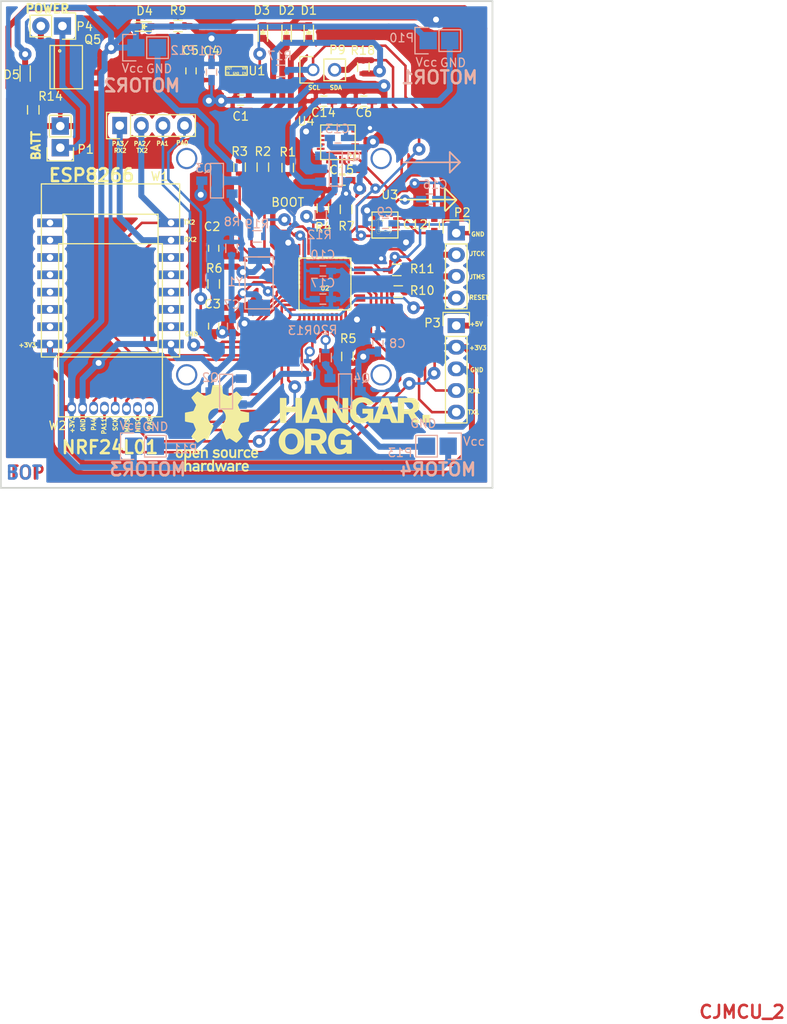
<source format=kicad_pcb>
(kicad_pcb (version 4) (host pcbnew 4.0.4-stable)
  (layers (0 F.Cu signal) (31 B.Cu signal) (34 B.Paste user) (35 F.Paste user) (36 B.SilkS user) (37 F.SilkS user) (38 B.Mask user) (39 F.Mask user) (44 Edge.Cuts user))
  (net 0 "")
  (net 1 VCC)
  (net 2 GND)
  (net 3 "Net-(C2-Pad2)")
  (net 4 "Net-(C3-Pad1)")
  (net 5 +3V3)
  (net 6 "Net-(C12-Pad1)")
  (net 7 /SETC)
  (net 8 "Net-(C14-Pad1)")
  (net 9 "Net-(C15-Pad2)")
  (net 10 "Net-(C16-Pad2)")
  (net 11 /PC13)
  (net 12 /PC14)
  (net 13 /PC15)
  (net 14 "Net-(D4-Pad2)")
  (net 15 +BATT)
  (net 16 /PB10)
  (net 17 /PB11)
  (net 18 /PA9/USART1__TX)
  (net 19 /PA10/USART1_RX)
  (net 20 /RESET)
  (net 21 /PA13_JTMS)
  (net 22 /PA14_JTCK)
  (net 23 /PA11)
  (net 24 /PA4)
  (net 25 /PA5/SP11_SCK)
  (net 26 /PA7/SP11_MOSI)
  (net 27 /PA6/SP11_MISO)
  (net 28 /PA8)
  (net 29 /PB12/SPI2_NSS)
  (net 30 /PB13/SPI2_SCK)
  (net 31 /PB14/SPI2_MISO)
  (net 32 /PB15/SPI2_MOSI)
  (net 33 /SCL)
  (net 34 /SDA)
  (net 35 "Net-(P10-Pad2)")
  (net 36 "Net-(P11-Pad2)")
  (net 37 "Net-(P12-Pad2)")
  (net 38 "Net-(P13-Pad2)")
  (net 39 "Net-(Q1-Pad2)")
  (net 40 "Net-(Q2-Pad2)")
  (net 41 "Net-(Q3-Pad2)")
  (net 42 "Net-(Q4-Pad2)")
  (net 43 /BOOT1)
  (net 44 "Net-(R7-Pad1)")
  (net 45 /PB8)
  (net 46 /PB0)
  (net 47 /PB9)
  (net 48 /PB1)
  (net 49 "Net-(U1-Pad4)")
  (net 50 /PB5)
  (net 51 /PB4_JNTRST)
  (net 52 /PB3_JTDO)
  (net 53 /PA15)
  (net 54 /PA12/CS)
  (net 55 "Net-(U3-Pad3)")
  (net 56 "Net-(U3-Pad15)")
  (net 57 "Net-(U3-Pad14)")
  (net 58 "Net-(U3-Pad6)")
  (net 59 "Net-(U3-Pad7)")
  (net 60 "Net-(U3-Pad5)")
  (net 61 "Net-(U4-Pad2)")
  (net 62 "Net-(U4-Pad3)")
  (net 63 "Net-(U4-Pad4)")
  (net 64 "Net-(U4-Pad5)")
  (net 65 "Net-(U4-Pad6)")
  (net 66 "Net-(U4-Pad14)")
  (net 67 "Net-(U4-Pad15)")
  (net 68 "Net-(U4-Pad16)")
  (net 69 "Net-(U4-Pad17)")
  (net 70 "Net-(U4-Pad22)")
  (net 71 "Net-(U4-Pad21)")
  (net 72 "Net-(U4-Pad19)")
  (net 73 "Net-(U4-Pad12)")
  (net 74 "Net-(U4-Pad7)")
  (net 75 "Net-(U1_1-Pad8)")
  (net 76 "Net-(U1_1-Pad9)")
  (net 77 "Net-(U2-Pad10)")
  (net 78 "Net-(U2-Pad11)")
  (net 79 "Net-(D1-Pad1)")
  (net 80 "Net-(D2-Pad1)")
  (net 81 "Net-(D3-Pad1)")
  (net 82 /BOOT0)
  (net 83 "Net-(R17-Pad1)")
  (net 84 +5V)
  (net 85 "Net-(P4-Pad2)")
  (module Capacitors_SMD:C_0603_HandSoldering (layer F.Cu) (at 132.969 82.1055 180)
    (fp_text reference C1 (at 0 -1.9 180) (layer F.SilkS))
    (fp_text value 4,7uF)
    (pad 1 smd rect (at -0.95 0 180) (size 1.2 0.75) (layers F.Cu F.Paste F.Mask) (net 1 VCC))
    (pad 2 smd rect (at 0.95 0 180) (size 1.2 0.75) (layers F.Cu F.Paste F.Mask) (net 2 GND))
  )
  (module Capacitors_SMD:C_0603_HandSoldering (layer F.Cu) (at 129.794 99.5045 270)
    (fp_text reference C2 (at -2.54 0.1905 360) (layer F.SilkS))
    (fp_text value 22pF)
    (pad 1 smd rect (at -0.95 0 270) (size 1.2 0.75) (layers F.Cu F.Paste F.Mask) (net 2 GND))
    (pad 2 smd rect (at 0.95 0 270) (size 1.2 0.75) (layers F.Cu F.Paste F.Mask) (net 3 "Net-(C2-Pad2)"))
  )
  (module Capacitors_SMD:C_0603_HandSoldering (layer F.Cu) (at 129.794 108.6485 270)
    (fp_text reference C3 (at -2.6035 0.127 360) (layer F.SilkS))
    (fp_text value 22pF)
    (pad 1 smd rect (at -0.95 0 270) (size 1.2 0.75) (layers F.Cu F.Paste F.Mask) (net 4 "Net-(C3-Pad1)"))
    (pad 2 smd rect (at 0.95 0 270) (size 1.2 0.75) (layers F.Cu F.Paste F.Mask) (net 2 GND))
  )
  (module Capacitors_SMD:C_0603_HandSoldering (layer F.Cu) (at 129.54 78.8035 270)
    (fp_text reference C4 (at -2.4765 0 360) (layer F.SilkS))
    (fp_text value 475)
    (pad 1 smd rect (at -0.95 0 270) (size 1.2 0.75) (layers F.Cu F.Paste F.Mask) (net 5 +3V3))
    (pad 2 smd rect (at 0.95 0 270) (size 1.2 0.75) (layers F.Cu F.Paste F.Mask) (net 2 GND))
  )
  (module Capacitors_SMD:C_0603_HandSoldering (layer F.Cu) (at 127.127 78.6765 270)
    (fp_text reference C5 (at -2.413 0.0635 360) (layer F.SilkS))
    (fp_text value 0,1uF)
    (pad 1 smd rect (at -0.95 0 270) (size 1.2 0.75) (layers F.Cu F.Paste F.Mask) (net 5 +3V3))
    (pad 2 smd rect (at 0.95 0 270) (size 1.2 0.75) (layers F.Cu F.Paste F.Mask) (net 2 GND))
  )
  (module Capacitors_SMD:C_0603_HandSoldering (layer F.Cu) (at 147.447 82.2325 180)
    (fp_text reference C6 (at 0 -1.3335 180) (layer F.SilkS))
    (fp_text value 0,1uF)
    (pad 1 smd rect (at -0.95 0 180) (size 1.2 0.75) (layers F.Cu F.Paste F.Mask) (net 5 +3V3))
    (pad 2 smd rect (at 0.95 0 180) (size 1.2 0.75) (layers F.Cu F.Paste F.Mask) (net 2 GND))
  )
  (module Capacitors_SMD:C_0603_HandSoldering (layer B.Cu) (at 132.0165 108.6485 270)
    (fp_text reference C7 (at -2.54 0.0635 360) (layer B.SilkS) (effects (justify mirror)))
    (fp_text value 0,1uF)
    (pad 1 smd rect (at -0.95 0 270) (size 1.2 0.75) (layers B.Cu B.Paste B.Mask) (net 20 /RESET))
    (pad 2 smd rect (at 0.95 0 270) (size 1.2 0.75) (layers B.Cu B.Paste B.Mask) (net 2 GND))
  )
  (module Capacitors_SMD:C_0603_HandSoldering (layer B.Cu) (at 149.098 110.6805 270)
    (fp_text reference C8 (at 0 -2.286 360) (layer B.SilkS) (effects (justify mirror)))
    (fp_text value 0,1uF)
    (pad 1 smd rect (at -0.95 0 270) (size 1.2 0.75) (layers B.Cu B.Paste B.Mask) (net 5 +3V3))
    (pad 2 smd rect (at 0.95 0 270) (size 1.2 0.75) (layers B.Cu B.Paste B.Mask) (net 2 GND))
  )
  (module Capacitors_SMD:C_0603_HandSoldering (layer B.Cu) (at 149.987 96.5835)
    (fp_text reference C9 (at -0.0635 -1.3335) (layer B.SilkS) (effects (justify mirror)))
    (fp_text value 0,1uF)
    (pad 1 smd rect (at -0.95 0) (size 1.2 0.75) (layers B.Cu B.Paste B.Mask) (net 5 +3V3))
    (pad 2 smd rect (at 0.95 0) (size 1.2 0.75) (layers B.Cu B.Paste B.Mask) (net 2 GND))
  )
  (module Capacitors_SMD:C_0603_HandSoldering (layer B.Cu) (at 142.621 102.1715 180)
    (fp_text reference C10 (at 0 1.9 180) (layer B.SilkS) (effects (justify mirror)))
    (fp_text value 0,1uF)
    (pad 1 smd rect (at -0.95 0 180) (size 1.2 0.75) (layers B.Cu B.Paste B.Mask) (net 5 +3V3))
    (pad 2 smd rect (at 0.95 0 180) (size 1.2 0.75) (layers B.Cu B.Paste B.Mask) (net 2 GND))
  )
  (module Capacitors_SMD:C_0603_HandSoldering (layer B.Cu) (at 129.54 78.8035 270)
    (fp_text reference C11 (at -2.4765 0.127 360) (layer B.SilkS) (effects (justify mirror)))
    (fp_text value 0,1uF)
    (pad 1 smd rect (at -0.95 0 270) (size 1.2 0.75) (layers B.Cu B.Paste B.Mask) (net 5 +3V3))
    (pad 2 smd rect (at 0.95 0 270) (size 1.2 0.75) (layers B.Cu B.Paste B.Mask) (net 2 GND))
  )
  (module Capacitors_SMD:C_0603_HandSoldering (layer F.Cu) (at 155.7274 96.7613 90)
    (fp_text reference C12 (at 0.0508 -2.2479 180) (layer F.SilkS))
    (fp_text value 0,22uF)
    (pad 1 smd rect (at -0.95 0 90) (size 1.2 0.75) (layers F.Cu F.Paste F.Mask) (net 6 "Net-(C12-Pad1)"))
    (pad 2 smd rect (at 0.95 0 90) (size 1.2 0.75) (layers F.Cu F.Paste F.Mask) (net 7 /SETC))
  )
  (module Capacitors_SMD:C_0603_HandSoldering (layer B.Cu) (at 144.399 86.5505 180)
    (fp_text reference C13 (at 0.0635 1.0795 180) (layer B.SilkS) (effects (justify mirror)))
    (fp_text value 10nF)
    (pad 1 smd rect (at -0.95 0 180) (size 1.2 0.75) (layers B.Cu B.Paste B.Mask) (net 5 +3V3))
    (pad 2 smd rect (at 0.95 0 180) (size 1.2 0.75) (layers B.Cu B.Paste B.Mask) (net 2 GND))
  )
  (module Capacitors_SMD:C_0603_HandSoldering (layer F.Cu) (at 142.748 82.2325 180)
    (fp_text reference C14 (at 0.0635 -1.3335 180) (layer F.SilkS))
    (fp_text value 0,1uF)
    (pad 1 smd rect (at -0.95 0 180) (size 1.2 0.75) (layers F.Cu F.Paste F.Mask) (net 8 "Net-(C14-Pad1)"))
    (pad 2 smd rect (at 0.95 0 180) (size 1.2 0.75) (layers F.Cu F.Paste F.Mask) (net 2 GND))
  )
  (module Capacitors_SMD:C_0603_HandSoldering (layer F.Cu) (at 144.907 91.5035 180)
    (fp_text reference C15 (at 0.0635 1.2065 180) (layer F.SilkS))
    (fp_text value 2,2nF)
    (pad 1 smd rect (at -0.95 0 180) (size 1.2 0.75) (layers F.Cu F.Paste F.Mask) (net 2 GND))
    (pad 2 smd rect (at 0.95 0 180) (size 1.2 0.75) (layers F.Cu F.Paste F.Mask) (net 9 "Net-(C15-Pad2)"))
  )
  (module Capacitors_SMD:C_0603_HandSoldering (layer B.Cu) (at 155.1305 93.726 180)
    (fp_text reference C16 (at -0.6985 1.7145 180) (layer B.SilkS) (effects (justify mirror)))
    (fp_text value 4,7uF)
    (pad 1 smd rect (at -0.95 0 180) (size 1.2 0.75) (layers B.Cu B.Paste B.Mask) (net 2 GND))
    (pad 2 smd rect (at 0.95 0 180) (size 1.2 0.75) (layers B.Cu B.Paste B.Mask) (net 10 "Net-(C16-Pad2)"))
  )
  (module Capacitors_SMD:C_0603_HandSoldering (layer B.Cu) (at 142.621 105.4735 180)
    (fp_text reference C17 (at 0 1.9 180) (layer B.SilkS) (effects (justify mirror)))
    (fp_text value 0,1uF)
    (pad 1 smd rect (at -0.95 0 180) (size 1.2 0.75) (layers B.Cu B.Paste B.Mask) (net 5 +3V3))
    (pad 2 smd rect (at 0.95 0 180) (size 1.2 0.75) (layers B.Cu B.Paste B.Mask) (net 2 GND))
  )
  (module LEDs:LED_0603 (layer F.Cu) (at 140.97 74.1045 90)
    (fp_text reference D1 (at 2.54 0 180) (layer F.SilkS))
    (fp_text value LED)
    (pad 2 smd rect (at 0.7493 0 270) (size 0.79756 0.79756) (layers F.Cu F.Paste F.Mask) (net 5 +3V3))
    (pad 1 smd rect (at -0.7493 0 270) (size 0.79756 0.79756) (layers F.Cu F.Paste F.Mask) (net 79 "Net-(D1-Pad1)"))
  )
  (module LEDs:LED_0603 (layer F.Cu) (at 138.3665 74.1045 90)
    (fp_text reference D2 (at 2.54 0 180) (layer F.SilkS))
    (fp_text value LED)
    (pad 2 smd rect (at 0.7493 0 270) (size 0.79756 0.79756) (layers F.Cu F.Paste F.Mask) (net 5 +3V3))
    (pad 1 smd rect (at -0.7493 0 270) (size 0.79756 0.79756) (layers F.Cu F.Paste F.Mask) (net 80 "Net-(D2-Pad1)"))
  )
  (module LEDs:LED_0603 (layer F.Cu) (at 135.5725 74.1045 90)
    (fp_text reference D3 (at 2.54 -0.127 180) (layer F.SilkS))
    (fp_text value LED)
    (pad 2 smd rect (at 0.7493 0 270) (size 0.79756 0.79756) (layers F.Cu F.Paste F.Mask) (net 5 +3V3))
    (pad 1 smd rect (at -0.7493 0 270) (size 0.79756 0.79756) (layers F.Cu F.Paste F.Mask) (net 81 "Net-(D3-Pad1)"))
  )
  (module LEDs:LED_0603 (layer F.Cu) (at 121.666 73.4695)
    (fp_text reference D4 (at 0 -1.8415) (layer F.SilkS))
    (fp_text value LED)
    (pad 2 smd rect (at 0.7493 0 180) (size 0.79756 0.79756) (layers F.Cu F.Paste F.Mask) (net 14 "Net-(D4-Pad2)"))
    (pad 1 smd rect (at -0.7493 0 180) (size 0.79756 0.79756) (layers F.Cu F.Paste F.Mask) (net 2 GND))
  )
  (module Pin_Headers:Pin_Header_Straight_1x02 (layer F.Cu) (at 111.76 87.6935 180)
    (fp_text reference P1 (at -2.9845 -0.1905 180) (layer F.SilkS))
    (fp_text value CONN_01X02)
    (pad 1 thru_hole rect (at 0 0 180) (size 2.032 2.032) (drill 1) (layers *.Cu *.Mask) (net 15 +BATT))
    (pad 2 thru_hole rect (at 0 2.54 180) (size 2.032 2.032) (drill 1) (layers *.Cu *.Mask) (net 2 GND))
  )
  (module Resistors_SMD:R_0603 (layer F.Cu) (at 138.4935 90.043 90)
    (fp_text reference R1 (at 1.8415 0 180) (layer F.SilkS))
    (fp_text value 551)
    (pad 1 smd rect (at -0.75 0 90) (size 0.5 0.9) (layers F.Cu F.Paste F.Mask) (net 11 /PC13))
    (pad 2 smd rect (at 0.75 0 90) (size 0.5 0.9) (layers F.Cu F.Paste F.Mask) (net 79 "Net-(D1-Pad1)"))
  )
  (module Resistors_SMD:R_0603 (layer F.Cu) (at 135.5725 89.9795 90)
    (fp_text reference R2 (at 1.8415 0 180) (layer F.SilkS))
    (fp_text value 551)
    (pad 1 smd rect (at -0.75 0 90) (size 0.5 0.9) (layers F.Cu F.Paste F.Mask) (net 12 /PC14))
    (pad 2 smd rect (at 0.75 0 90) (size 0.5 0.9) (layers F.Cu F.Paste F.Mask) (net 80 "Net-(D2-Pad1)"))
  )
  (module Resistors_SMD:R_0603 (layer F.Cu) (at 132.842 89.9795 270)
    (fp_text reference R3 (at -1.8415 0 360) (layer F.SilkS))
    (fp_text value 551)
    (pad 1 smd rect (at -0.75 0 270) (size 0.5 0.9) (layers F.Cu F.Paste F.Mask) (net 81 "Net-(D3-Pad1)"))
    (pad 2 smd rect (at 0.75 0 270) (size 0.5 0.9) (layers F.Cu F.Paste F.Mask) (net 13 /PC15))
  )
  (module Resistors_SMD:R_0603 (layer F.Cu) (at 142.621 94.8055 270)
    (fp_text reference R4 (at 2.2225 -0.0635 360) (layer F.SilkS))
    (fp_text value 0)
    (pad 1 smd rect (at -0.75 0 270) (size 1 2) (layers F.Cu F.Paste F.Mask) (net 2 GND))
    (pad 2 smd rect (at 0.75 0 270) (size 1 2) (layers F.Cu F.Paste F.Mask) (net 82 /BOOT0))
  )
  (module Resistors_SMD:R_0603 (layer F.Cu) (at 145.5166 112.2045 90)
    (fp_text reference R5 (at 2.0955 0.0889 180) (layer F.SilkS))
    (fp_text value 10k)
    (pad 1 smd rect (at -0.75 0 90) (size 0.5 0.9) (layers F.Cu F.Paste F.Mask) (net 2 GND))
    (pad 2 smd rect (at 0.75 0 90) (size 0.5 0.9) (layers F.Cu F.Paste F.Mask) (net 43 /BOOT1))
  )
  (module Resistors_SMD:R_0603 (layer F.Cu) (at 129.794 103.6955 270)
    (fp_text reference R6 (at -1.8415 -0.0635 360) (layer F.SilkS))
    (fp_text value 1M)
    (pad 1 smd rect (at -0.75 0 270) (size 0.5 0.9) (layers F.Cu F.Paste F.Mask) (net 3 "Net-(C2-Pad2)"))
    (pad 2 smd rect (at 0.75 0 270) (size 0.5 0.9) (layers F.Cu F.Paste F.Mask) (net 4 "Net-(C3-Pad1)"))
  )
  (module Resistors_SMD:R_0603 (layer F.Cu) (at 145.3515 94.9325 90)
    (fp_text reference R7 (at -1.9685 0.0635 180) (layer F.SilkS))
    (fp_text value 10k)
    (pad 1 smd rect (at -0.75 0 90) (size 0.5 0.9) (layers F.Cu F.Paste F.Mask) (net 44 "Net-(R7-Pad1)"))
    (pad 2 smd rect (at 0.75 0 90) (size 0.5 0.9) (layers F.Cu F.Paste F.Mask) (net 5 +3V3))
  )
  (module Resistors_SMD:R_0603 (layer B.Cu) (at 131.8895 99.5045 90)
    (fp_text reference R8 (at 3.1115 0.0635 180) (layer B.SilkS) (effects (justify mirror)))
    (fp_text value 10k)
    (pad 1 smd rect (at -0.75 0 90) (size 0.5 0.9) (layers B.Cu B.Paste B.Mask) (net 20 /RESET))
    (pad 2 smd rect (at 0.75 0 90) (size 0.5 0.9) (layers B.Cu B.Paste B.Mask) (net 5 +3V3))
  )
  (module Resistors_SMD:R_0603 (layer F.Cu) (at 125.603 73.406)
    (fp_text reference R9 (at 0 -1.8415) (layer F.SilkS))
    (fp_text value 1k)
    (pad 1 smd rect (at -0.75 0) (size 0.5 0.9) (layers F.Cu F.Paste F.Mask) (net 14 "Net-(D4-Pad2)"))
    (pad 2 smd rect (at 0.75 0) (size 0.5 0.9) (layers F.Cu F.Paste F.Mask) (net 5 +3V3))
  )
  (module Resistors_SMD:R_0603 (layer F.Cu) (at 151.4856 104.5845)
    (fp_text reference R10 (at 2.8194 -0.127) (layer F.SilkS))
    (fp_text value 10k)
    (pad 1 smd rect (at -0.75 0) (size 0.5 0.9) (layers F.Cu F.Paste F.Mask) (net 5 +3V3))
    (pad 2 smd rect (at 0.75 0) (size 0.5 0.9) (layers F.Cu F.Paste F.Mask) (net 21 /PA13_JTMS))
  )
  (module Resistors_SMD:R_0603 (layer F.Cu) (at 151.3205 102.0445)
    (fp_text reference R11 (at 2.9845 -0.127) (layer F.SilkS))
    (fp_text value 10k)
    (pad 1 smd rect (at -0.75 0) (size 0.5 0.9) (layers F.Cu F.Paste F.Mask) (net 2 GND))
    (pad 2 smd rect (at 0.75 0) (size 0.5 0.9) (layers F.Cu F.Paste F.Mask) (net 22 /PA14_JTCK))
  )
  (module Resistors_SMD:R_0603 (layer B.Cu) (at 142.367 95.6945 270)
    (fp_text reference R12 (at 2.2225 0.127 540) (layer B.SilkS) (effects (justify mirror)))
    (fp_text value 20k)
    (pad 1 smd rect (at -0.75 0 270) (size 0.5 0.9) (layers B.Cu B.Paste B.Mask) (net 39 "Net-(Q1-Pad2)"))
    (pad 2 smd rect (at 0.75 0 270) (size 0.5 0.9) (layers B.Cu B.Paste B.Mask) (net 45 /PB8))
  )
  (module Resistors_SMD:R_0603 (layer B.Cu) (at 140.8303 113.4999 90)
    (fp_text reference R13 (at 4.3434 -0.8763 180) (layer B.SilkS) (effects (justify mirror)))
    (fp_text value 20k)
    (pad 1 smd rect (at -0.75 0 90) (size 0.5 0.9) (layers B.Cu B.Paste B.Mask) (net 40 "Net-(Q2-Pad2)"))
    (pad 2 smd rect (at 0.75 0 90) (size 0.5 0.9) (layers B.Cu B.Paste B.Mask) (net 46 /PB0))
  )
  (module Resistors_SMD:R_0603 (layer B.Cu) (at 137.668 78.6765)
    (fp_text reference R17 (at -0.127 -1.778) (layer B.SilkS) (effects (justify mirror)))
    (fp_text value 10k)
    (pad 1 smd rect (at -0.75 0) (size 0.5 0.9) (layers B.Cu B.Paste B.Mask) (net 83 "Net-(R17-Pad1)"))
    (pad 2 smd rect (at 0.75 0) (size 0.5 0.9) (layers B.Cu B.Paste B.Mask) (net 33 /SCL))
  )
  (module Resistors_SMD:R_0603 (layer F.Cu) (at 147.3835 78.232 90)
    (fp_text reference R18 (at 1.9685 -0.0635 180) (layer F.SilkS))
    (fp_text value 10k)
    (pad 1 smd rect (at -0.75 0 90) (size 0.5 0.9) (layers F.Cu F.Paste F.Mask) (net 83 "Net-(R17-Pad1)"))
    (pad 2 smd rect (at 0.75 0 90) (size 0.5 0.9) (layers F.Cu F.Paste F.Mask) (net 34 /SDA))
  )
  (module Resistors_SMD:R_0603 (layer B.Cu) (at 134.874 98.1075 180)
    (fp_text reference R19 (at 0 1.4605 180) (layer B.SilkS) (effects (justify mirror)))
    (fp_text value 20k)
    (pad 1 smd rect (at -0.75 0 180) (size 0.5 0.9) (layers B.Cu B.Paste B.Mask) (net 47 /PB9))
    (pad 2 smd rect (at 0.75 0 180) (size 0.5 0.9) (layers B.Cu B.Paste B.Mask) (net 41 "Net-(Q3-Pad2)"))
  )
  (module Resistors_SMD:R_0603 (layer B.Cu) (at 142.9512 112.3315 270)
    (fp_text reference R20 (at -3.2385 0.0762 360) (layer B.SilkS) (effects (justify mirror)))
    (fp_text value 20k)
    (pad 1 smd rect (at -0.75 0 270) (size 0.5 0.9) (layers B.Cu B.Paste B.Mask) (net 48 /PB1))
    (pad 2 smd rect (at 0.75 0 270) (size 0.5 0.9) (layers B.Cu B.Paste B.Mask) (net 42 "Net-(Q4-Pad2)"))
  )
  (module TPS730:TPS73033DBVT (layer F.Cu) (at 132.461 78.6765)
    (fp_text reference U1 (at 2.413 0) (layer F.SilkS))
    (fp_text value TPS73033DBVT)
    (fp_text user OUT (at -0.8636 -0.2794) (layer F.SilkS) (effects (font (size 0.25 0.25) (thickness 0.0625))))
    (fp_text user NR (at 0.9144 -0.2794) (layer F.SilkS) (effects (font (size 0.25 0.25) (thickness 0.0625))))
    (fp_text user EN (at 0.9144 0.2794) (layer F.SilkS) (effects (font (size 0.25 0.25) (thickness 0.0625))))
    (fp_text user GND (at -0.0508 0.2794) (layer F.SilkS) (effects (font (size 0.25 0.25) (thickness 0.0625))))
    (fp_text user IN (at -0.9906 0.254) (layer F.SilkS) (effects (font (size 0.25 0.25) (thickness 0.0625))))
    (pad 4 smd rect (at 1.016 -1.524) (size 0.5 1.25) (layers F.Cu F.Paste F.Mask) (net 49 "Net-(U1-Pad4)"))
    (pad 5 smd rect (at -1.016 -1.524) (size 0.5 1.25) (layers F.Cu F.Paste F.Mask) (net 5 +3V3))
    (pad 1 smd rect (at -1.016 1.524) (size 0.5 1.25) (layers F.Cu F.Paste F.Mask) (net 1 VCC))
    (pad 3 smd rect (at 0 1.524) (size 0.5 1.25) (layers F.Cu F.Paste F.Mask) (net 2 GND))
    (pad 2 smd rect (at 1.016 1.524) (size 0.5 1.25) (layers F.Cu F.Paste F.Mask) (net 1 VCC))
  )
  (module TPS730:STM32F103C8T6 (layer F.Cu) (at 142.875 103.6955)
    (fp_text reference U2 (at 0 0.5) (layer F.SilkS) (effects (font (size 0.51 0.5) (thickness 0.125))))
    (fp_text value STM32F103C8T6)
    (pad 48 smd rect (at -3.048 -4.064) (size 0.3 1.3) (layers F.Cu F.Paste F.Mask) (net 5 +3V3))
    (pad 47 smd rect (at -2.4892 -4.064) (size 0.3 1.3) (layers F.Cu F.Paste F.Mask) (net 2 GND))
    (pad 46 smd rect (at -1.9304 -4.064) (size 0.3 1.3) (layers F.Cu F.Paste F.Mask) (net 47 /PB9))
    (pad 45 smd rect (at -1.3716 -4.064) (size 0.3 1.3) (layers F.Cu F.Paste F.Mask) (net 45 /PB8))
    (pad 44 smd rect (at -0.8128 -4.064) (size 0.3 1.3) (layers F.Cu F.Paste F.Mask) (net 44 "Net-(R7-Pad1)"))
    (pad 43 smd rect (at -0.254 -4.064) (size 0.3 1.3) (layers F.Cu F.Paste F.Mask) (net 34 /SDA))
    (pad 42 smd rect (at 0.2794 -4.0894) (size 0.3 1.3) (layers F.Cu F.Paste F.Mask) (net 33 /SCL))
    (pad 41 smd rect (at 0.7874 -4.0894) (size 0.3 1.3) (layers F.Cu F.Paste F.Mask) (net 50 /PB5))
    (pad 40 smd rect (at 1.3208 -4.0894) (size 0.3 1.3) (layers F.Cu F.Paste F.Mask) (net 51 /PB4_JNTRST))
    (pad 26 smd rect (at 4.0894 2.4892) (size 1.3 0.3) (layers F.Cu F.Paste F.Mask) (net 30 /PB13/SPI2_SCK))
    (pad 25 smd rect (at 4.0894 3.0226) (size 1.3 0.3) (layers F.Cu F.Paste F.Mask) (net 29 /PB12/SPI2_NSS))
    (pad 24 smd rect (at 2.9972 4.0386) (size 0.3 1.3) (layers F.Cu F.Paste F.Mask) (net 5 +3V3))
    (pad 23 smd rect (at 2.4384 4.064) (size 0.3 1.3) (layers F.Cu F.Paste F.Mask) (net 2 GND))
    (pad 22 smd rect (at 1.905 4.064) (size 0.3 1.3) (layers F.Cu F.Paste F.Mask) (net 17 /PB11))
    (pad 21 smd rect (at 1.3716 4.064) (size 0.3 1.3) (layers F.Cu F.Paste F.Mask) (net 16 /PB10))
    (pad 20 smd rect (at 0.8382 4.064) (size 0.3 1.3) (layers F.Cu F.Paste F.Mask) (net 43 /BOOT1))
    (pad 19 smd rect (at 0.3048 4.0894) (size 0.3 1.3) (layers F.Cu F.Paste F.Mask) (net 48 /PB1))
    (pad 18 smd rect (at -0.2286 4.0894) (size 0.3 1.3) (layers F.Cu F.Paste F.Mask) (net 46 /PB0))
    (pad 17 smd rect (at -0.762 4.0894) (size 0.3 1.3) (layers F.Cu F.Paste F.Mask) (net 26 /PA7/SP11_MOSI))
    (pad 16 smd rect (at -1.3208 4.0894) (size 0.3 1.3) (layers F.Cu F.Paste F.Mask) (net 27 /PA6/SP11_MISO))
    (pad 15 smd rect (at -1.8796 4.0894) (size 0.3 1.3) (layers F.Cu F.Paste F.Mask) (net 25 /PA5/SP11_SCK))
    (pad 14 smd rect (at -2.4384 4.0894) (size 0.3 1.3) (layers F.Cu F.Paste F.Mask) (net 24 /PA4))
    (pad 1 smd rect (at -4.0894 -2.9972) (size 1.3 0.3) (layers F.Cu F.Paste F.Mask) (net 5 +3V3))
    (pad 2 smd rect (at -4.0894 -2.4384) (size 1.3 0.3) (layers F.Cu F.Paste F.Mask) (net 11 /PC13))
    (pad 3 smd rect (at -4.0894 -1.8796) (size 1.3 0.3) (layers F.Cu F.Paste F.Mask) (net 12 /PC14))
    (pad 4 smd rect (at -4.0894 -1.3208) (size 1.3 0.3) (layers F.Cu F.Paste F.Mask) (net 13 /PC15))
    (pad 5 smd rect (at -4.0894 -0.762) (size 1.3 0.3) (layers F.Cu F.Paste F.Mask) (net 3 "Net-(C2-Pad2)"))
    (pad 6 smd rect (at -4.0894 -0.2032) (size 1.3 0.3) (layers F.Cu F.Paste F.Mask) (net 4 "Net-(C3-Pad1)"))
    (pad 7 smd rect (at -4.0894 0.3302) (size 1.3 0.3) (layers F.Cu F.Paste F.Mask) (net 20 /RESET))
    (pad 8 smd rect (at -4.0894 0.8636) (size 1.3 0.3) (layers F.Cu F.Paste F.Mask) (net 2 GND))
    (pad 9 smd rect (at -4.0894 1.4224) (size 1.3 0.3) (layers F.Cu F.Paste F.Mask) (net 5 +3V3))
    (pad 10 smd rect (at -4.0894 1.9558) (size 1.3 0.3) (layers F.Cu F.Paste F.Mask) (net 77 "Net-(U2-Pad10)"))
    (pad 11 smd rect (at -4.0894 2.4638) (size 1.3 0.3) (layers F.Cu F.Paste F.Mask) (net 78 "Net-(U2-Pad11)"))
    (pad 12 smd rect (at -4.0894 2.9972) (size 1.3 0.3) (layers F.Cu F.Paste F.Mask) (net 75 "Net-(U1_1-Pad8)"))
    (pad 13 smd rect (at -2.9718 4.1148) (size 0.3 1.3) (layers F.Cu F.Paste F.Mask) (net 76 "Net-(U1_1-Pad9)"))
    (pad 39 smd rect (at 1.8796 -4.0894) (size 0.3 1.3) (layers F.Cu F.Paste F.Mask) (net 52 /PB3_JTDO))
    (pad 38 smd rect (at 2.4384 -4.0894) (size 0.3 1.3) (layers F.Cu F.Paste F.Mask) (net 53 /PA15))
    (pad 37 smd rect (at 2.9972 -4.0894) (size 0.3 1.3) (layers F.Cu F.Paste F.Mask) (net 22 /PA14_JTCK))
    (pad 36 smd rect (at 4.064 -2.9972) (size 1.3 0.3) (layers F.Cu F.Paste F.Mask) (net 5 +3V3))
    (pad 35 smd rect (at 4.064 -2.4892) (size 1.3 0.3) (layers F.Cu F.Paste F.Mask) (net 2 GND))
    (pad 34 smd rect (at 4.064 -1.905) (size 1.3 0.3) (layers F.Cu F.Paste F.Mask) (net 21 /PA13_JTMS))
    (pad 33 smd rect (at 4.064 -1.2954) (size 1.3 0.3) (layers F.Cu F.Paste F.Mask) (net 54 /PA12/CS))
    (pad 32 smd rect (at 4.064 -0.7874) (size 1.3 0.3) (layers F.Cu F.Paste F.Mask) (net 23 /PA11))
    (pad 31 smd rect (at 4.064 -0.2286) (size 1.3 0.3) (layers F.Cu F.Paste F.Mask) (net 19 /PA10/USART1_RX))
    (pad 30 smd rect (at 4.064 0.3048) (size 1.3 0.3) (layers F.Cu F.Paste F.Mask) (net 18 /PA9/USART1__TX))
    (pad 29 smd rect (at 4.064 0.8382) (size 1.3 0.3) (layers F.Cu F.Paste F.Mask) (net 28 /PA8))
    (pad 28 smd rect (at 4.064 1.3716) (size 1.3 0.3) (layers F.Cu F.Paste F.Mask) (net 32 /PB15/SPI2_MOSI))
    (pad 27 smd rect (at 4.0894 1.9304) (size 1.3 0.3) (layers F.Cu F.Paste F.Mask) (net 31 /PB14/SPI2_MISO))
  )
  (module TPS730:HMC5883L (layer F.Cu) (at 149.9235 96.774 90)
    (fp_text reference U3 (at 3.556 0.5715 180) (layer F.SilkS))
    (fp_text value HMC5883L)
    (fp_text user Y (at 0.508 -0.254 90) (layer F.SilkS) (effects (font (size 0.25 0.25) (thickness 0.0625))))
    (fp_text user X (at -0.254 0.508 90) (layer F.SilkS) (effects (font (size 0.25 0.25) (thickness 0.0625))))
    (pad 1 smd rect (at -1.27 -0.762 90) (size 0.6 0.3) (layers F.Cu F.Paste F.Mask) (net 33 /SCL))
    (pad 2 smd rect (at -1.27 -0.254 90) (size 0.6 0.3) (layers F.Cu F.Paste F.Mask) (net 5 +3V3))
    (pad 3 smd rect (at -1.27 0.254 90) (size 0.9 0.3) (layers F.Cu F.Paste F.Mask) (net 55 "Net-(U3-Pad3)"))
    (pad 4 smd rect (at -1.27 0.762 90) (size 0.6 0.3) (layers F.Cu F.Paste F.Mask) (net 5 +3V3))
    (pad 12 smd rect (at 1.27 -0.762 90) (size 0.6 0.3) (layers F.Cu F.Paste F.Mask) (net 7 /SETC))
    (pad 11 smd rect (at 1.27 -0.254 90) (size 0.6 0.3) (layers F.Cu F.Paste F.Mask) (net 2 GND))
    (pad 10 smd rect (at 1.27 0.254 90) (size 0.6 0.3) (layers F.Cu F.Paste F.Mask) (net 10 "Net-(C16-Pad2)"))
    (pad 9 smd rect (at 1.27 0.762 90) (size 0.6 0.3) (layers F.Cu F.Paste F.Mask) (net 2 GND))
    (pad 16 smd rect (at -0.762 -1.27 90) (size 0.3 0.6) (layers F.Cu F.Paste F.Mask) (net 34 /SDA))
    (pad 15 smd rect (at -0.254 -1.27 90) (size 0.3 0.9) (layers F.Cu F.Paste F.Mask) (net 56 "Net-(U3-Pad15)"))
    (pad 14 smd rect (at 0.254 -1.27 90) (size 0.3 0.9) (layers F.Cu F.Paste F.Mask) (net 57 "Net-(U3-Pad14)"))
    (pad 6 smd rect (at -0.254 1.27 90) (size 0.3 0.9) (layers F.Cu F.Paste F.Mask) (net 58 "Net-(U3-Pad6)"))
    (pad 7 smd rect (at 0.254 1.27 90) (size 0.3 0.9) (layers F.Cu F.Paste F.Mask) (net 59 "Net-(U3-Pad7)"))
    (pad 8 smd rect (at 0.762 1.27 90) (size 0.3 0.6) (layers F.Cu F.Paste F.Mask) (net 6 "Net-(C12-Pad1)"))
    (pad 5 smd rect (at -0.762 1.27 90) (size 0.3 0.9) (layers F.Cu F.Paste F.Mask) (net 60 "Net-(U3-Pad5)"))
    (pad 13 smd rect (at 0.762 -1.27 90) (size 0.3 0.6) (layers F.Cu F.Paste F.Mask) (net 5 +3V3))
  )
  (module TPS730:ttnlt745pv (layer F.Cu) (at 144.399 87.0585 180)
    (fp_text reference U4 (at 3.7465 2.4765 180) (layer F.SilkS))
    (fp_text value MPU6050)
    (pad 1 smd rect (at -2.032 -1.27 180) (size 0.4 0.25) (layers F.Cu F.Paste F.Mask) (net 2 GND))
    (pad 2 smd rect (at -2.032 -0.762 180) (size 0.9 0.25) (layers F.Cu F.Paste F.Mask) (net 61 "Net-(U4-Pad2)"))
    (pad 3 smd rect (at -2.032 -0.254 180) (size 0.9 0.25) (layers F.Cu F.Paste F.Mask) (net 62 "Net-(U4-Pad3)"))
    (pad 4 smd rect (at -2.032 0.254 180) (size 0.9 0.25) (layers F.Cu F.Paste F.Mask) (net 63 "Net-(U4-Pad4)"))
    (pad 5 smd rect (at -2.032 0.762 180) (size 0.9 0.25) (layers F.Cu F.Paste F.Mask) (net 64 "Net-(U4-Pad5)"))
    (pad 6 smd rect (at -2.032 1.27 180) (size 0.9 0.25) (layers F.Cu F.Paste F.Mask) (net 65 "Net-(U4-Pad6)"))
    (pad 13 smd rect (at 2.032 1.27 180) (size 0.4 0.25) (layers F.Cu F.Paste F.Mask) (net 5 +3V3))
    (pad 14 smd rect (at 2.032 0.762 180) (size 0.9 0.25) (layers F.Cu F.Paste F.Mask) (net 66 "Net-(U4-Pad14)"))
    (pad 15 smd rect (at 2.032 0.254 180) (size 0.9 0.25) (layers F.Cu F.Paste F.Mask) (net 67 "Net-(U4-Pad15)"))
    (pad 16 smd rect (at 2.032 -0.254 180) (size 0.9 0.25) (layers F.Cu F.Paste F.Mask) (net 68 "Net-(U4-Pad16)"))
    (pad 17 smd rect (at 2.032 -0.762 180) (size 0.9 0.25) (layers F.Cu F.Paste F.Mask) (net 69 "Net-(U4-Pad17)"))
    (pad 18 smd rect (at 2.032 -1.27 180) (size 0.4 0.25) (layers F.Cu F.Paste F.Mask) (net 2 GND))
    (pad 24 smd rect (at -1.27 -2.032 180) (size 0.25 0.9) (layers F.Cu F.Paste F.Mask) (net 34 /SDA))
    (pad 23 smd rect (at -0.762 -2.032 180) (size 0.25 0.4) (layers F.Cu F.Paste F.Mask) (net 33 /SCL))
    (pad 22 smd rect (at -0.254 -2.032 180) (size 0.25 0.9) (layers F.Cu F.Paste F.Mask) (net 70 "Net-(U4-Pad22)"))
    (pad 21 smd rect (at 0.254 -2.032 180) (size 0.25 0.9) (layers F.Cu F.Paste F.Mask) (net 71 "Net-(U4-Pad21)"))
    (pad 20 smd rect (at 0.762 -2.032 180) (size 0.25 0.4) (layers F.Cu F.Paste F.Mask) (net 9 "Net-(C15-Pad2)"))
    (pad 19 smd rect (at 1.27 -2.032 180) (size 0.25 0.9) (layers F.Cu F.Paste F.Mask) (net 72 "Net-(U4-Pad19)"))
    (pad 12 smd rect (at 1.27 2.032 180) (size 0.25 0.9) (layers F.Cu F.Paste F.Mask) (net 73 "Net-(U4-Pad12)"))
    (pad 11 smd rect (at 0.762 2.032 180) (size 0.25 0.4) (layers F.Cu F.Paste F.Mask) (net 2 GND))
    (pad 10 smd rect (at 0.254 2.032 180) (size 0.25 0.4) (layers F.Cu F.Paste F.Mask) (net 8 "Net-(C14-Pad1)"))
    (pad 9 smd rect (at -0.254 2.032 180) (size 0.25 0.4) (layers F.Cu F.Paste F.Mask) (net 2 GND))
    (pad 8 smd rect (at -0.762 2.032 180) (size 0.25 0.4) (layers F.Cu F.Paste F.Mask) (net 5 +3V3))
    (pad 7 smd rect (at -1.27 2.032 180) (size 0.25 0.9) (layers F.Cu F.Paste F.Mask) (net 74 "Net-(U4-Pad7)"))
  )
  (module TPS730:SOT_23 (layer B.Cu) (at 143.891 90.17 90)
    (fp_text reference Q1 (at 1.4605 2.2225 180) (layer B.SilkS) (effects (justify mirror)))
    (fp_text value IRLML2502)
    (pad 3 smd rect (at 0 2.032 90) (size 1 1.3) (layers B.Cu B.Paste B.Mask) (net 2 GND))
    (pad 1 smd rect (at -1.524 -1.524 90) (size 1 1.3) (layers B.Cu B.Paste B.Mask) (net 35 "Net-(P10-Pad2)"))
    (pad 2 smd rect (at 1.524 -1.524 90) (size 1 1.3) (layers B.Cu B.Paste B.Mask) (net 39 "Net-(Q1-Pad2)"))
  )
  (module TPS730:SOT_23 (layer B.Cu) (at 131.5085 116.332 270)
    (fp_text reference Q2 (at -1.651 2.0955 360) (layer B.SilkS) (effects (justify mirror)))
    (fp_text value IRLML2502)
    (pad 3 smd rect (at 0 2.032 270) (size 1 1.3) (layers B.Cu B.Paste B.Mask) (net 2 GND))
    (pad 1 smd rect (at -1.524 -1.524 270) (size 1 1.3) (layers B.Cu B.Paste B.Mask) (net 36 "Net-(P11-Pad2)"))
    (pad 2 smd rect (at 1.524 -1.524 270) (size 1 1.3) (layers B.Cu B.Paste B.Mask) (net 40 "Net-(Q2-Pad2)"))
  )
  (module TPS730:SOT_23 (layer B.Cu) (at 130.429 91.567 270)
    (fp_text reference Q3 (at -1.4605 1.778 360) (layer B.SilkS) (effects (justify mirror)))
    (fp_text value IRLML2502)
    (pad 3 smd rect (at 0 2.032 270) (size 1 1.3) (layers B.Cu B.Paste B.Mask) (net 2 GND))
    (pad 1 smd rect (at -1.524 -1.524 270) (size 1 1.3) (layers B.Cu B.Paste B.Mask) (net 37 "Net-(P12-Pad2)"))
    (pad 2 smd rect (at 1.524 -1.524 270) (size 1 1.3) (layers B.Cu B.Paste B.Mask) (net 41 "Net-(Q3-Pad2)"))
  )
  (module TPS730:SOT_23 (layer B.Cu) (at 144.9832 116.2939 90)
    (fp_text reference Q4 (at 1.5494 2.2098 180) (layer B.SilkS) (effects (justify mirror)))
    (fp_text value IRLML2502)
    (pad 3 smd rect (at 0 2.032 90) (size 1 1.3) (layers B.Cu B.Paste B.Mask) (net 2 GND))
    (pad 1 smd rect (at -1.524 -1.524 90) (size 1 1.3) (layers B.Cu B.Paste B.Mask) (net 38 "Net-(P13-Pad2)"))
    (pad 2 smd rect (at 1.524 -1.524 90) (size 1 1.3) (layers B.Cu B.Paste B.Mask) (net 42 "Net-(Q4-Pad2)"))
  )
  (module TPS730:crystal-ABM (layer B.Cu) (at 135.128 103.4415 180)
    (fp_text reference Y1 (at 2.794 0 180) (layer B.SilkS) (effects (justify mirror)))
    (fp_text value 8MHz)
    (pad 1 smd rect (at 0 3.048 180) (size 2.6 1.9) (layers B.Cu B.Paste B.Mask) (net 3 "Net-(C2-Pad2)"))
    (pad 2 smd rect (at 0 -3.048 180) (size 2.6 1.9) (layers B.Cu B.Paste B.Mask) (net 4 "Net-(C3-Pad1)"))
  )
  (module TPS730:M2 (layer F.Cu) (at 126.619 114.3635)
    (fp_text reference REF** (at 0.254 0.1905) (layer F.SilkS) (effects (font (size 0.127 0.127) (thickness 0.03175))))
    (fp_text value pad)
    (pad 1 thru_hole circle (at 0 0) (size 2.5 2.5) (drill 2) (layers *.Cu *.Mask))
  )
  (module TPS730:M2 (layer F.Cu) (at 126.619 88.9635)
    (fp_text reference REF** (at -0.127 0.127) (layer F.SilkS) (effects (font (size 0.127 0.25) (thickness 0.03175))))
    (fp_text value pad)
    (pad 1 thru_hole circle (at 0 0) (size 2.5 2.5) (drill 2) (layers *.Cu *.Mask))
  )
  (module TPS730:M2 (layer F.Cu) (at 149.479 114.3635)
    (fp_text reference REF** (at 0.0635 0.254) (layer F.SilkS) (effects (font (size 0.127 0.127) (thickness 0.03175))))
    (fp_text value pad)
    (pad 1 thru_hole circle (at 0 0) (size 2.5 2.5) (drill 2) (layers *.Cu *.Mask))
  )
  (module TPS730:M2 (layer F.Cu) (at 149.479 88.9635)
    (fp_text reference REF** (at 0.1905 0.0635) (layer F.SilkS) (effects (font (size 0.127 0.127) (thickness 0.03175))))
    (fp_text value pad)
    (pad 1 thru_hole circle (at 0 0) (size 2.5 2.5) (drill 2) (layers *.Cu *.Mask))
  )
  (module Pin_Headers:Pin_Header_Straight_1x02 (layer B.Cu) (at 155.0035 75.1205 270)
    (fp_text reference P10 (at -0.3175 3.1115 360) (layer B.SilkS) (effects (justify mirror)))
    (fp_text value CONN_01X02)
    (pad 1 smd rect (at 0 0 270) (size 2.032 2.032) (layers B.Cu B.Paste B.Mask) (net 1 VCC))
    (pad 2 smd rect (at 0 -2.54 270) (size 2.032 2.032) (layers B.Cu B.Paste B.Mask) (net 35 "Net-(P10-Pad2)"))
  )
  (module Pin_Headers:Pin_Header_Straight_1x02 (layer B.Cu) (at 120.396 122.7455 270)
    (fp_text reference P11 (at 0.3175 -6.0325 360) (layer B.SilkS) (effects (justify mirror)))
    (fp_text value CONN_01X02)
    (pad 1 smd rect (at 0 0 270) (size 2.032 2.032) (layers B.Cu B.Paste B.Mask) (net 1 VCC))
    (pad 2 smd rect (at 0 -2.54 270) (size 2.032 2.032) (layers B.Cu B.Paste B.Mask) (net 36 "Net-(P11-Pad2)"))
  )
  (module Pin_Headers:Pin_Header_Straight_1x02 (layer B.Cu) (at 120.65 75.946 270)
    (fp_text reference P12 (at 0.3175 -5.5245 360) (layer B.SilkS) (effects (justify mirror)))
    (fp_text value CONN_01X02)
    (pad 1 smd rect (at 0 0 270) (size 2.032 2.032) (layers B.Cu B.Paste B.Mask) (net 1 VCC))
    (pad 2 smd rect (at 0 -2.54 270) (size 2.032 2.032) (layers B.Cu B.Paste B.Mask) (net 37 "Net-(P12-Pad2)"))
  )
  (module Pin_Headers:Pin_Header_Straight_1x02 (layer B.Cu) (at 157.353 122.7455 90)
    (fp_text reference P13 (at -0.762 -5.6515 180) (layer B.SilkS) (effects (justify mirror)))
    (fp_text value CONN_01X02)
    (pad 1 smd rect (at 0 0 90) (size 2.032 2.032) (layers B.Cu B.Paste B.Mask) (net 1 VCC))
    (pad 2 smd rect (at 0 -2.54 90) (size 2.032 2.032) (layers B.Cu B.Paste B.Mask) (net 38 "Net-(P13-Pad2)"))
  )
  (module Pin_Headers:Pin_Header_Straight_1x02 (layer F.Cu) (at 141.478 78.5495 90)
    (fp_text reference P9 (at 2.3495 2.8575 180) (layer F.SilkS))
    (fp_text value CONN_01X02)
    (pad 1 thru_hole circle (at 0 0 90) (size 1.5 1.5) (drill 1) (layers *.Cu *.Mask) (net 33 /SCL))
    (pad 2 thru_hole oval (at 0 2.54 90) (size 1.6 1.6) (drill 1) (layers *.Cu *.Mask) (net 34 /SDA))
  )
  (module TPS730:WIFI (layer F.Cu) (at 117.6655 102.108)
    (fp_text reference W1 (at 5.7785 -11.049) (layer F.SilkS))
    (fp_text value "ESP8266(TX&RX)")
    (pad 2 thru_hole rect (at 7.112 8.636) (size 3 1) (drill 0.762) (layers *.Cu *.Mask) (net 2 GND))
    (pad 3 thru_hole rect (at 7.112 6.604) (size 3 1) (drill 0.762) (layers *.Cu *.Mask))
    (pad 4 thru_hole rect (at 7.112 4.572) (size 3 1) (drill 0.762) (layers *.Cu *.Mask))
    (pad 5 thru_hole rect (at 7.112 2.54) (size 3 1) (drill 0.762) (layers *.Cu *.Mask))
    (pad 6 thru_hole rect (at 7.112 0.508) (size 3 1) (drill 0.762) (layers *.Cu *.Mask))
    (pad 7 thru_hole rect (at 7.112 -1.524) (size 3 1) (drill 0.762) (layers *.Cu *.Mask))
    (pad 8 thru_hole rect (at 7.112 -3.556) (size 3 1) (drill 0.762) (layers *.Cu *.Mask) (net 75 "Net-(U1_1-Pad8)"))
    (pad 9 thru_hole rect (at 7.112 -5.588) (size 3 1) (drill 0.762) (layers *.Cu *.Mask) (net 76 "Net-(U1_1-Pad9)"))
    (pad 10 thru_hole rect (at -7.112 8.636) (size 3 1) (drill 0.762) (layers *.Cu *.Mask) (net 5 +3V3))
    (pad 11 thru_hole rect (at -7.112 6.604) (size 3 1) (drill 0.762) (layers *.Cu *.Mask))
    (pad 12 thru_hole rect (at -7.112 4.572) (size 3 1) (drill 0.762) (layers *.Cu *.Mask))
    (pad 13 thru_hole rect (at -7.112 2.54) (size 3 1) (drill 0.762) (layers *.Cu *.Mask))
    (pad 14 thru_hole rect (at -7.112 0.508) (size 3 1) (drill 0.762) (layers *.Cu *.Mask))
    (pad 15 thru_hole rect (at -7.112 -1.524) (size 3 1) (drill 0.762) (layers *.Cu *.Mask))
    (pad 16 thru_hole rect (at -7.112 -3.556) (size 3 1) (drill 0.762) (layers *.Cu *.Mask))
    (pad 17 thru_hole rect (at -7.112 -5.588) (size 3 1) (drill 0.762) (layers *.Cu *.Mask))
  )
  (module TPS730:nrf (layer F.Cu) (at 113.0935 118.3005)
    (fp_text reference W2 (at -1.651 2.032) (layer F.SilkS))
    (fp_text value NRF24L01)
    (pad 1 thru_hole oval (at 9.144 -0.0254) (size 1 1.524) (drill 0.762) (layers *.Cu *.Mask) (net 28 /PA8))
    (pad 4 thru_hole oval (at 0 -0.0254) (size 1 1.524) (drill 0.762) (layers *.Cu *.Mask) (net 5 +3V3))
    (pad 6 thru_hole oval (at 2.5908 -0.0254) (size 1 1.524) (drill 0.762) (layers *.Cu *.Mask) (net 24 /PA4))
    (pad 3 thru_hole oval (at 3.8608 -0.0254) (size 1 1.524) (drill 0.762) (layers *.Cu *.Mask) (net 23 /PA11))
    (pad 7 thru_hole oval (at 5.1308 -0.0254) (size 1 1.524) (drill 0.762) (layers *.Cu *.Mask) (net 25 /PA5/SP11_SCK))
    (pad 2 thru_hole oval (at 6.4516 0.0254) (size 1 1.524) (drill 0.762) (layers *.Cu *.Mask) (net 26 /PA7/SP11_MOSI))
    (pad 8 thru_hole oval (at 7.747 0.0254) (size 1 1.524) (drill 0.762) (layers *.Cu *.Mask) (net 27 /PA6/SP11_MISO))
    (pad 5 thru_hole oval (at 1.2954 -0.0254) (size 1 1.524) (drill 0.762) (layers *.Cu *.Mask) (net 2 GND))
  )
  (module Pin_Headers:Pin_Header_Straight_1x04 (layer F.Cu) (at 158.3055 97.7265)
    (fp_text reference P2 (at 0.6985 -2.413) (layer F.SilkS))
    (fp_text value CONN_01X04)
    (pad 1 thru_hole rect (at 0 0) (size 2.032 1.7272) (drill 1.016) (layers *.Cu *.Mask) (net 2 GND))
    (pad 2 thru_hole oval (at 0 2.54) (size 2.032 1.7272) (drill 1.016) (layers *.Cu *.Mask) (net 22 /PA14_JTCK))
    (pad 3 thru_hole oval (at 0 5.08) (size 2.032 1.7272) (drill 1.016) (layers *.Cu *.Mask) (net 21 /PA13_JTMS))
    (pad 4 thru_hole oval (at 0 7.62) (size 2.032 1.7272) (drill 1.016) (layers *.Cu *.Mask) (net 20 /RESET))
  )
  (module Diodes_SMD:D_0603 (layer F.Cu) (at 107.6325 79.1845 270)
    (fp_text reference D5 (at -0.0635 1.5875 360) (layer F.SilkS))
    (fp_text value D)
    (pad 1 smd rect (at -0.85 0 270) (size 0.6 0.8) (layers F.Cu F.Paste F.Mask) (net 1 VCC))
    (pad 2 smd rect (at 0.85 0 270) (size 0.6 0.8) (layers F.Cu F.Paste F.Mask) (net 84 +5V))
  )
  (module Resistors_SMD:R_0603 (layer F.Cu) (at 108.585 83.2485 90)
    (fp_text reference R14 (at 1.5875 2.032 180) (layer F.SilkS))
    (fp_text value 10k)
    (pad 1 smd rect (at -0.75 0 90) (size 0.5 0.9) (layers F.Cu F.Paste F.Mask) (net 2 GND))
    (pad 2 smd rect (at 0.75 0 90) (size 0.5 0.9) (layers F.Cu F.Paste F.Mask) (net 84 +5V))
  )
  (module Pin_Headers:Pin_Header_Straight_1x02 (layer F.Cu) (at 112.014 73.406 270)
    (fp_text reference P4 (at 0.0635 -2.6035 360) (layer F.SilkS))
    (fp_text value CONN_01X02)
    (pad 1 thru_hole rect (at 0 0 270) (size 2.032 2.032) (drill 1.016) (layers *.Cu *.Mask) (net 15 +BATT))
    (pad 2 thru_hole oval (at 0 2.54 270) (size 2.032 2.032) (drill 1.016) (layers *.Cu *.Mask) (net 85 "Net-(P4-Pad2)"))
  )
  (module Power_Integrations:SO-8 (layer F.Cu) (at 112.4585 78.232 270)
    (fp_text reference Q5 (at -3.2385 -3.1115 360) (layer F.SilkS))
    (fp_text value Q_PMOS_DGS)
    (pad 1 smd oval (at -1.905 2.794 270) (size 0.6096 1.4732) (layers F.Cu F.Paste F.Mask) (net 85 "Net-(P4-Pad2)"))
    (pad 2 smd oval (at -0.635 2.794 270) (size 0.6096 1.4732) (layers F.Cu F.Paste F.Mask) (net 85 "Net-(P4-Pad2)"))
    (pad 3 smd oval (at 0.635 2.794 270) (size 0.6096 1.4732) (layers F.Cu F.Paste F.Mask) (net 85 "Net-(P4-Pad2)"))
    (pad 4 smd oval (at 1.905 2.794 270) (size 0.6096 1.4732) (layers F.Cu F.Paste F.Mask) (net 84 +5V))
    (pad 5 smd oval (at 1.905 -2.794 270) (size 0.6096 1.4732) (layers F.Cu F.Paste F.Mask) (net 1 VCC))
    (pad 6 smd oval (at 0.635 -2.794 270) (size 0.6096 1.4732) (layers F.Cu F.Paste F.Mask) (net 1 VCC))
    (pad 7 smd oval (at -0.635 -2.794 270) (size 0.6096 1.4732) (layers F.Cu F.Paste F.Mask) (net 1 VCC))
    (pad 8 smd oval (at -1.905 -2.794 270) (size 0.6096 1.4732) (layers F.Cu F.Paste F.Mask) (net 1 VCC))
  )
  (module Pin_Headers:Pin_Header_Straight_1x05 (layer F.Cu) (at 158.3055 108.585)
    (fp_text reference P3 (at -2.794 -0.3175) (layer F.SilkS))
    (fp_text value CONN_01X05)
    (pad 1 thru_hole rect (at 0 0) (size 2.032 1.7272) (drill 1.016) (layers *.Cu *.Mask) (net 84 +5V))
    (pad 2 thru_hole oval (at 0 2.54) (size 2.032 1.7272) (drill 1.016) (layers *.Cu *.Mask) (net 5 +3V3))
    (pad 3 thru_hole oval (at 0 5.08) (size 2.032 1.7272) (drill 1.016) (layers *.Cu *.Mask) (net 2 GND))
    (pad 4 thru_hole oval (at 0 7.62) (size 2.032 1.7272) (drill 1.016) (layers *.Cu *.Mask) (net 19 /PA10/USART1_RX))
    (pad 5 thru_hole oval (at 0 10.16) (size 2.032 1.7272) (drill 1.016) (layers *.Cu *.Mask) (net 18 /PA9/USART1__TX))
  )
  (module TPS730:LOGO (layer F.Cu) (at 149.6695 121.6025)
    (fp_text reference G*** hide)
    (fp_text value LOGO hide)
  )
  (module TPS730:opensource (layer F.Cu) (at 130.175 120.65)
    (fp_text reference G*** hide)
    (fp_text value LOGO hide)
  )
  (module Pin_Headers:Pin_Header_Straight_1x04 (layer F.Cu) (at 118.745 85.09 90)
    (fp_text reference P14 hide)
    (fp_text value Pin_Header_Straight_1x04)
    (pad 1 thru_hole rect (at 0 0 90) (size 2.032 1.7272) (drill 1.016) (layers *.Cu *.Mask) (net 75 "Net-(U1_1-Pad8)"))
    (pad 2 thru_hole oval (at 0 2.54 90) (size 2.032 1.7272) (drill 1.016) (layers *.Cu *.Mask) (net 76 "Net-(U1_1-Pad9)"))
    (pad 3 thru_hole oval (at 0 5.08 90) (size 2.032 1.7272) (drill 1.016) (layers *.Cu *.Mask) (net 78 "Net-(U2-Pad11)"))
    (pad 4 thru_hole oval (at 0 7.62 90) (size 2.032 1.7272) (drill 1.016) (layers *.Cu *.Mask) (net 77 "Net-(U2-Pad10)"))
  )
  (gr_text PA0 (at 126.1 87.125) (layer F.SilkS) (effects (font (size 0.5 0.5) (thickness 0.125))))
  (gr_text PA1 (at 123.775 87.2) (layer F.SilkS) (effects (font (size 0.5 0.5) (thickness 0.125))))
  (gr_text "PA2/\nTX2" (at 121.375 87.625) (layer F.SilkS) (effects (font (size 0.5 0.5) (thickness 0.125))))
  (gr_text "PA3/\nRX2" (at 118.8 87.625) (layer F.SilkS) (effects (font (size 0.5 0.5) (thickness 0.125))))
  (gr_line (start 162.56 127.635) (end 162.56 70.485) (angle 90) (layer Edge.Cuts) (width 0.2))
  (gr_line (start 104.775 127.635) (end 162.56 127.635) (angle 90) (layer Edge.Cuts) (width 0.2))
  (gr_line (start 104.775 70.485) (end 104.775 127.635) (angle 90) (layer Edge.Cuts) (width 0.2))
  (gr_line (start 162.56 70.485) (end 104.775 70.485) (angle 90) (layer Edge.Cuts) (width 0.2))
  (gr_text RX2 (at 127.0635 98.4885) (layer F.SilkS) (effects (font (size 0.5 0.5) (thickness 0.125))))
  (gr_text TX2 (at 126.9365 96.4565) (layer F.SilkS) (effects (font (size 0.5 0.5) (thickness 0.125))))
  (gr_text GND (at 127.175 109.575) (layer F.SilkS) (effects (font (size 0.5 0.5) (thickness 0.125))))
  (gr_text +3V3 (at 107.8865 110.871) (layer F.SilkS) (effects (font (size 0.5 0.5) (thickness 0.125))))
  (gr_line (start 157.5435 90.6145) (end 157.5435 88.2015) (angle 90) (layer B.SilkS) (width 0.2))
  (gr_line (start 158.75 89.408) (end 157.5435 90.6145) (angle 90) (layer B.SilkS) (width 0.2))
  (gr_line (start 157.861 88.519) (end 157.5435 88.2015) (angle 90) (layer B.SilkS) (width 0.2))
  (gr_line (start 158.115 88.773) (end 157.861 88.519) (angle 90) (layer B.SilkS) (width 0.2))
  (gr_line (start 158.75 89.408) (end 158.115 88.773) (angle 90) (layer B.SilkS) (width 0.2))
  (gr_line (start 158.75 89.408) (end 152.0825 89.408) (angle 90) (layer B.SilkS) (width 0.2))
  (gr_text SDA (at 144.145 80.645) (layer F.SilkS) (effects (font (size 0.5 0.5) (thickness 0.125))))
  (gr_text SCL (at 141.605 80.645) (layer F.SilkS) (effects (font (size 0.5 0.5) (thickness 0.125))))
  (gr_text BOOT (at 138.4935 94.107) (layer F.SilkS) (effects (font (size 1 1))))
  (gr_text NRF24L01 (at 117.602 122.8725) (layer F.SilkS) (effects (font (size 1.5 1.5) (thickness 0.3))))
  (gr_text TX1 (at 160.3375 118.745) (layer F.SilkS) (effects (font (size 0.5 0.5) (thickness 0.125))))
  (gr_text RX1 (at 160.401 116.2685) (layer F.SilkS) (effects (font (size 0.5 0.5) (thickness 0.125))))
  (gr_text GND (at 160.7185 113.792) (layer F.SilkS) (effects (font (size 0.5 0.5) (thickness 0.125))))
  (gr_text +3V3 (at 160.8455 111.1885) (layer F.SilkS) (effects (font (size 0.5 0.5) (thickness 0.125))))
  (gr_text +5V (at 160.655 108.3945) (layer F.SilkS) (effects (font (size 0.5 0.5) (thickness 0.125))))
  (gr_text RESET (at 160.9725 105.283) (layer F.SilkS) (effects (font (size 0.5 0.5) (thickness 0.125))))
  (gr_text JTMS (at 160.782 102.87) (layer F.SilkS) (effects (font (size 0.5 0.5) (thickness 0.125))))
  (gr_text JTCK (at 160.782 100.1395) (layer F.SilkS) (effects (font (size 0.5 0.5) (thickness 0.125))))
  (gr_text GND (at 160.8455 97.8535) (layer F.SilkS) (effects (font (size 0.5 0.5) (thickness 0.125))))
  (gr_text MOTOR4 (at 156.1465 125.476) (layer B.SilkS) (effects (font (size 1.5 1.5) (thickness 0.3)) (justify mirror)))
  (gr_text MOTOR3 (at 122.047 125.476) (layer B.SilkS) (effects (font (size 1.5 1.5) (thickness 0.3)) (justify mirror)))
  (gr_text "MOTOR2\n" (at 121.3485 80.391) (layer B.SilkS) (effects (font (size 1.5 1.5) (thickness 0.3)) (justify mirror)))
  (gr_text MOTOR1 (at 156.337 79.4385) (layer B.SilkS) (effects (font (size 1.5 1.5) (thickness 0.3)) (justify mirror)))
  (gr_text "BATT\n" (at 108.9 87.45 90) (layer F.SilkS) (effects (font (size 1 1) (thickness 0.25))))
  (gr_text PA8 (at 122.301 120.0785 90) (layer F.SilkS) (effects (font (size 0.5 0.5) (thickness 0.125))))
  (gr_text MISO (at 120.904 120.2055 90) (layer F.SilkS) (effects (font (size 0.5 0.5) (thickness 0.125))))
  (gr_text MOSI (at 119.634 120.2055 90) (layer F.SilkS) (effects (font (size 0.5 0.5) (thickness 0.125))))
  (gr_text SCK (at 118.237 120.2055 90) (layer F.SilkS) (effects (font (size 0.5 0.5) (thickness 0.125))))
  (gr_text PA11 (at 116.9035 120.396 90) (layer F.SilkS) (effects (font (size 0.5 0.5) (thickness 0.125))))
  (gr_text PA4 (at 115.697 120.2055 90) (layer F.SilkS) (effects (font (size 0.5 0.5) (thickness 0.125))))
  (gr_text GND (at 114.427 120.269 90) (layer F.SilkS) (effects (font (size 0.5 0.5) (thickness 0.125))))
  (gr_text +3V3 (at 113.157 120.2055 90) (layer F.SilkS) (effects (font (size 0.5 0.5) (thickness 0.125))))
  (gr_text ESP8266 (at 115.443 90.932) (layer F.SilkS) (effects (font (size 1.5 1.5) (thickness 0.3))))
  (gr_text POWER (at 110.236 71.374) (layer F.SilkS) (effects (font (size 1 1) (thickness 0.25))))
  (gr_text BOT (at 107.5055 125.857) (layer B.Cu) (effects (font (size 1.5 1.5) (thickness 0.3))))
  (gr_text "TOP\n" (at 107.823 125.857) (layer F.Cu) (effects (font (size 1.5 1.5) (thickness 0.3))))
  (gr_text CJMCU_2 (at 191.897 189.1665) (layer F.Cu) (effects (font (size 1.5 1.5) (thickness 0.3))))
  (gr_line (start 156.972 95.0595) (end 156.972 92.5195) (angle 90) (layer F.SilkS) (width 0.2))
  (gr_line (start 158.3055 93.853) (end 157.0355 95.123) (angle 90) (layer F.SilkS) (width 0.2))
  (gr_line (start 158.3055 93.7895) (end 157.0355 92.5195) (angle 90) (layer F.SilkS) (width 0.2))
  (gr_line (start 151.7015 93.7895) (end 158.3055 93.7895) (angle 90) (layer F.SilkS) (width 0.2))
  (gr_text GND (at 122.936 120.4595) (layer B.SilkS) (effects (font (size 1 1))))
  (gr_text Vcc (at 120.015 120.3325) (layer B.SilkS) (effects (font (size 1 1))))
  (gr_text GND (at 157.9245 77.724) (layer B.SilkS) (effects (font (size 1 1))))
  (gr_text Vcc (at 154.813 77.6605) (layer B.SilkS) (effects (font (size 1 1))))
  (gr_text GND (at 123.3805 78.4225) (layer B.SilkS) (effects (font (size 1 1))))
  (gr_text GND (at 154.432 120.0785) (layer B.SilkS) (effects (font (size 1 1))))
  (gr_text Vcc (at 160.401 122.174) (layer B.SilkS) (effects (font (size 1 1))))
  (gr_text Vcc (at 120.269 78.359) (layer B.SilkS) (effects (font (size 1 1))))
  (segment (start 107.6325 76.708) (end 107.6325 78.3345) (width 0.7) (layer F.Cu) (net 1))
  (segment (start 106.7435 75.6285) (end 107.6325 76.5175) (width 0.7) (layer B.Cu) (net 1))
  (segment (start 107.6325 76.5175) (end 107.6325 76.708) (width 0.7) (layer B.Cu) (net 1))
  (via (at 107.6325 76.708) (size 1.5) (drill 0.7) (layers F.Cu B.Cu) (net 1))
  (segment (start 117.729 75.946) (end 117.729 74.2315) (width 0.7) (layer B.Cu) (net 1))
  (segment (start 106.7435 72.517) (end 106.7435 75.6285) (width 0.7) (layer B.Cu) (net 1))
  (segment (start 108.0135 71.247) (end 106.7435 72.517) (width 0.7) (layer B.Cu) (net 1))
  (segment (start 114.7445 71.247) (end 108.0135 71.247) (width 0.7) (layer B.Cu) (net 1))
  (segment (start 117.729 74.2315) (end 114.7445 71.247) (width 0.7) (layer B.Cu) (net 1))
  (segment (start 117.0305 76.6445) (end 117.729 75.946) (width 0.3) (layer F.Cu) (net 1))
  (via (at 117.729 75.946) (size 1.5) (drill 0.7) (layers F.Cu B.Cu) (net 1))
  (segment (start 135.2042 77.0255) (end 135.2042 76.6699) (width 0.3) (layer F.Cu) (net 1))
  (via (at 135.2042 76.6699) (size 1.5) (drill 0.7) (layers F.Cu B.Cu) (net 1))
  (segment (start 135.2042 76.6699) (end 135.1026 76.5683) (width 0.3) (layer B.Cu) (net 1))
  (segment (start 149.6695 125.222) (end 156.591 125.222) (width 0.7) (layer B.Cu) (net 1))
  (segment (start 157.353 124.46) (end 157.353 122.7455) (width 0.7) (layer B.Cu) (net 1))
  (segment (start 156.591 125.222) (end 157.353 124.46) (width 0.7) (layer B.Cu) (net 1))
  (segment (start 111.8235 120.269) (end 111.8235 123.19) (width 0.7) (layer B.Cu) (net 1))
  (segment (start 111.8235 123.19) (end 113.8555 125.222) (width 0.7) (layer B.Cu) (net 1))
  (segment (start 120.396 124.7775) (end 120.4595 124.7775) (width 0.7) (layer B.Cu) (net 1))
  (segment (start 120.4595 124.7775) (end 120.904 125.222) (width 0.7) (layer B.Cu) (net 1))
  (segment (start 120.396 122.7455) (end 120.396 124.7775) (width 0.7) (layer B.Cu) (net 1))
  (segment (start 120.396 124.7775) (end 119.9515 125.222) (width 0.7) (layer B.Cu) (net 1))
  (segment (start 116.459 76.8985) (end 116.7765 76.8985) (width 0.7) (layer F.Cu) (net 1))
  (segment (start 116.7765 76.8985) (end 117.0305 76.6445) (width 0.7) (layer F.Cu) (net 1))
  (segment (start 117.729 75.946) (end 117.69725 75.91425) (width 0.7) (layer B.Cu) (net 1))
  (segment (start 117.69725 75.91425) (end 117.729 75.946) (width 0.7) (layer B.Cu) (net 1))
  (segment (start 117.729 75.946) (end 117.729 75.8825) (width 0.7) (layer B.Cu) (net 1))
  (segment (start 115.2525 78.867) (end 116.459 78.867) (width 0.7) (layer F.Cu) (net 1))
  (segment (start 116.459 78.867) (end 116.205 78.867) (width 0.7) (layer F.Cu) (net 1))
  (segment (start 116.205 78.867) (end 116.459 78.867) (width 0.7) (layer F.Cu) (net 1))
  (segment (start 115.2525 77.597) (end 116.459 77.597) (width 0.7) (layer F.Cu) (net 1))
  (segment (start 116.459 77.597) (end 116.205 77.597) (width 0.7) (layer F.Cu) (net 1))
  (segment (start 116.205 77.597) (end 116.459 77.597) (width 0.7) (layer F.Cu) (net 1))
  (segment (start 115.2525 76.327) (end 116.205 76.327) (width 0.7) (layer F.Cu) (net 1))
  (segment (start 116.205 80.137) (end 115.2525 80.137) (width 0.7) (layer F.Cu) (net 1))
  (segment (start 116.459 79.883) (end 116.205 80.137) (width 0.7) (layer F.Cu) (net 1))
  (segment (start 116.459 76.581) (end 116.459 76.8985) (width 0.7) (layer F.Cu) (net 1))
  (segment (start 116.459 76.8985) (end 116.459 77.597) (width 0.7) (layer F.Cu) (net 1))
  (segment (start 116.459 77.597) (end 116.459 78.867) (width 0.7) (layer F.Cu) (net 1))
  (segment (start 116.459 78.867) (end 116.459 79.883) (width 0.7) (layer F.Cu) (net 1))
  (segment (start 116.205 76.327) (end 116.459 76.581) (width 0.7) (layer F.Cu) (net 1))
  (segment (start 116.586 104.5845) (end 116.586 108.0135) (width 0.7) (layer B.Cu) (net 1))
  (segment (start 111.8235 112.776) (end 111.8235 116.7765) (width 0.7) (layer B.Cu) (net 1))
  (segment (start 116.586 108.0135) (end 111.8235 112.776) (width 0.7) (layer B.Cu) (net 1))
  (segment (start 111.8235 120.269) (end 111.8235 116.7765) (width 0.7) (layer B.Cu) (net 1))
  (segment (start 120.904 125.222) (end 149.6695 125.222) (width 0.7) (layer B.Cu) (net 1))
  (segment (start 113.8555 125.222) (end 119.9515 125.222) (width 0.7) (layer B.Cu) (net 1))
  (segment (start 119.9515 125.222) (end 120.904 125.222) (width 0.7) (layer B.Cu) (net 1))
  (segment (start 150.368 73.4695) (end 153.3525 73.4695) (width 0.7) (layer B.Cu) (net 1))
  (segment (start 153.3525 73.4695) (end 155.0035 75.1205) (width 0.7) (layer B.Cu) (net 1))
  (segment (start 120.65 75.946) (end 120.65 73.9775) (width 0.7) (layer B.Cu) (net 1))
  (segment (start 120.65 73.9775) (end 120.142 73.4695) (width 0.7) (layer B.Cu) (net 1))
  (segment (start 120.65 75.946) (end 118.4275 75.946) (width 0.7) (layer B.Cu) (net 1))
  (segment (start 118.4275 75.946) (end 118.0465 75.565) (width 0.7) (layer B.Cu) (net 1))
  (segment (start 134.7216 79.2861) (end 134.7216 79.1845) (width 0.3) (layer F.Cu) (net 1))
  (segment (start 131.445 79.1337) (end 131.445 80.2005) (width 0.3) (layer F.Cu) (net 1))
  (segment (start 131.8006 78.7781) (end 131.445 79.1337) (width 0.3) (layer F.Cu) (net 1))
  (segment (start 134.3152 78.7781) (end 131.8006 78.7781) (width 0.3) (layer F.Cu) (net 1))
  (segment (start 134.7216 79.1845) (end 134.3152 78.7781) (width 0.3) (layer F.Cu) (net 1))
  (segment (start 133.477 80.2005) (end 133.8072 80.2005) (width 0.3) (layer F.Cu) (net 1))
  (segment (start 135.2042 78.8035) (end 135.2042 78.105) (width 0.3) (layer F.Cu) (net 1))
  (segment (start 135.2042 78.105) (end 135.2042 77.0255) (width 0.3) (layer F.Cu) (net 1))
  (segment (start 133.8072 80.2005) (end 134.7216 79.2861) (width 0.3) (layer F.Cu) (net 1))
  (segment (start 134.7216 79.2861) (end 135.2042 78.8035) (width 0.3) (layer F.Cu) (net 1))
  (segment (start 116.967 76.6445) (end 117.729 75.8825) (width 0.7) (layer B.Cu) (net 1))
  (segment (start 117.729 75.8825) (end 118.0465 75.565) (width 0.7) (layer B.Cu) (net 1))
  (segment (start 118.0465 75.565) (end 120.142 73.4695) (width 0.7) (layer B.Cu) (net 1))
  (segment (start 120.142 73.4695) (end 121.666 73.4695) (width 0.7) (layer B.Cu) (net 1))
  (segment (start 133.919 82.1055) (end 133.919 80.6425) (width 0.7) (layer F.Cu) (net 1))
  (segment (start 133.919 80.6425) (end 133.477 80.2005) (width 0.7) (layer F.Cu) (net 1))
  (segment (start 135.1026 76.5683) (end 135.1026 73.4695) (width 0.3) (layer B.Cu) (net 1))
  (segment (start 135.2042 76.6699) (end 135.1026 76.5683) (width 0.3) (layer B.Cu) (net 1))
  (segment (start 122.174 73.9775) (end 121.666 73.4695) (width 0.7) (layer B.Cu) (net 1))
  (segment (start 135.1026 73.4695) (end 150.368 73.4695) (width 0.7) (layer B.Cu) (net 1))
  (segment (start 121.666 73.4695) (end 135.1026 73.4695) (width 0.7) (layer B.Cu) (net 1))
  (segment (start 116.967 78.5495) (end 116.586 78.9305) (width 0.7) (layer B.Cu) (net 1))
  (segment (start 116.967 78.5495) (end 116.967 76.6445) (width 0.7) (layer B.Cu) (net 1))
  (segment (start 116.586 78.9305) (end 116.967 78.5495) (width 0.7) (layer B.Cu) (net 1))
  (segment (start 116.586 104.5845) (end 116.586 80.0735) (width 0.7) (layer B.Cu) (net 1))
  (segment (start 116.586 80.0735) (end 116.586 78.9305) (width 0.7) (layer B.Cu) (net 1))
  (segment (start 129.794 109.5985) (end 130.5265 109.5985) (width 0.3) (layer F.Cu) (net 2))
  (segment (start 131.0555 109.5985) (end 132.0165 109.5985) (width 0.3) (layer B.Cu) (net 2))
  (segment (start 130.807 109.35) (end 131.0555 109.5985) (width 0.3) (layer B.Cu) (net 2))
  (via (at 130.807 109.35) (size 1.5) (drill 0.7) (layers F.Cu B.Cu) (net 2))
  (segment (start 130.775 109.35) (end 130.807 109.35) (width 0.3) (layer F.Cu) (net 2))
  (segment (start 130.5265 109.5985) (end 130.775 109.35) (width 0.3) (layer F.Cu) (net 2))
  (segment (start 140.3858 99.6315) (end 140.3858 98.4377) (width 0.3) (layer F.Cu) (net 2))
  (segment (start 140.3858 98.4377) (end 139.954 98.0059) (width 0.3) (layer F.Cu) (net 2))
  (segment (start 140.3858 99.6315) (end 140.3858 101.2858) (width 0.3) (layer F.Cu) (net 2))
  (segment (start 140.3858 101.2858) (end 140.425 101.325) (width 0.3) (layer F.Cu) (net 2))
  (via (at 116.2675 112.9675) (size 1.5) (drill 0.7) (layers F.Cu B.Cu) (net 2))
  (segment (start 116.275 112.95) (end 116.275 112.96) (width 0.7) (layer F.Cu) (net 2))
  (segment (start 116.275 112.96) (end 116.2675 112.9675) (width 0.7) (layer F.Cu) (net 2))
  (segment (start 129.775 113.775) (end 129.775 114.425) (width 0.7) (layer B.Cu) (net 2))
  (segment (start 129.775 114.425) (end 129.4765 114.7235) (width 0.7) (layer B.Cu) (net 2))
  (segment (start 124.7775 110.744) (end 124.7775 111.6775) (width 0.7) (layer B.Cu) (net 2))
  (segment (start 129.775 113.775) (end 130.3825 113.775) (width 0.7) (layer B.Cu) (net 2))
  (segment (start 128.4 112.4) (end 129.775 113.775) (width 0.7) (layer B.Cu) (net 2))
  (segment (start 125.5 112.4) (end 128.4 112.4) (width 0.7) (layer B.Cu) (net 2))
  (segment (start 124.7775 111.6775) (end 125.5 112.4) (width 0.7) (layer B.Cu) (net 2))
  (segment (start 140.0175 94.0555) (end 137.4655 94.0555) (width 0.3) (layer F.Cu) (net 2))
  (segment (start 139.2809 98.0059) (end 138.7475 97.4725) (width 0.3) (layer F.Cu) (net 2))
  (segment (start 140.0175 94.0555) (end 142.621 94.0555) (width 0.3) (layer F.Cu) (net 2))
  (segment (start 139.954 98.0059) (end 139.2809 98.0059) (width 0.3) (layer F.Cu) (net 2))
  (segment (start 137.4655 94.0555) (end 136.906 94.615) (width 0.3) (layer F.Cu) (net 2))
  (segment (start 136.906 94.615) (end 136.906 96.774) (width 0.3) (layer F.Cu) (net 2))
  (segment (start 136.906 96.774) (end 137.6045 97.4725) (width 0.3) (layer F.Cu) (net 2))
  (segment (start 137.6045 97.4725) (end 138.7475 97.4725) (width 0.3) (layer F.Cu) (net 2))
  (segment (start 125.857 82.1055) (end 129.159 82.1055) (width 0.7) (layer F.Cu) (net 2))
  (segment (start 129.159 82.1055) (end 129.2225 82.169) (width 0.7) (layer F.Cu) (net 2))
  (segment (start 149.8092 81.407) (end 149.8092 81.5467) (width 0.3) (layer F.Cu) (net 2))
  (segment (start 149.8092 81.5467) (end 149.8092 81.407) (width 0.3) (layer F.Cu) (net 2))
  (segment (start 151.0792 100.5078) (end 152.6032 100.5078) (width 0.3) (layer B.Cu) (net 2))
  (segment (start 114.3889 118.2751) (end 114.3889 114.8461) (width 0.7) (layer B.Cu) (net 2))
  (segment (start 118.491 110.744) (end 124.7775 110.744) (width 0.7) (layer B.Cu) (net 2))
  (segment (start 114.3889 114.8461) (end 116.2675 112.9675) (width 0.7) (layer B.Cu) (net 2))
  (segment (start 116.2675 112.9675) (end 118.491 110.744) (width 0.7) (layer B.Cu) (net 2))
  (segment (start 159.9946 118.5545) (end 159.9946 119.4689) (width 0.7) (layer B.Cu) (net 2))
  (segment (start 159.004 120.4595) (end 155.3845 120.4595) (width 0.7) (layer B.Cu) (net 2))
  (segment (start 159.9946 119.4689) (end 159.004 120.4595) (width 0.7) (layer B.Cu) (net 2))
  (segment (start 152.7937 117.7798) (end 152.7937 117.8687) (width 0.7) (layer B.Cu) (net 2))
  (segment (start 148.1074 117.2464) (end 149.6314 117.2464) (width 0.7) (layer B.Cu) (net 2))
  (segment (start 147.1549 116.2939) (end 148.1074 117.2464) (width 0.7) (layer B.Cu) (net 2))
  (segment (start 152.2603 117.2464) (end 149.6314 117.2464) (width 0.7) (layer B.Cu) (net 2))
  (segment (start 152.7937 117.7798) (end 152.2603 117.2464) (width 0.7) (layer B.Cu) (net 2))
  (segment (start 152.7937 117.8687) (end 155.3845 120.4595) (width 0.7) (layer B.Cu) (net 2))
  (segment (start 154.051 96.7105) (end 157.861 96.7105) (width 0.3) (layer B.Cu) (net 2))
  (segment (start 157.861 94.2975) (end 157.861 96.7105) (width 0.7) (layer B.Cu) (net 2))
  (segment (start 157.2895 93.726) (end 157.861 94.2975) (width 0.7) (layer B.Cu) (net 2))
  (segment (start 158.3055 97.7265) (end 158.3055 94.742) (width 0.7) (layer B.Cu) (net 2))
  (segment (start 158.3055 94.742) (end 157.2895 93.726) (width 0.7) (layer B.Cu) (net 2))
  (segment (start 158.3055 113.665) (end 159.258 113.665) (width 0.7) (layer B.Cu) (net 2))
  (segment (start 159.258 113.665) (end 160.02 114.427) (width 0.7) (layer B.Cu) (net 2))
  (segment (start 159.9946 116.332) (end 159.9946 118.5545) (width 0.7) (layer B.Cu) (net 2))
  (segment (start 160.02 116.332) (end 159.9946 116.332) (width 0.7) (layer B.Cu) (net 2))
  (segment (start 160.02 114.427) (end 160.02 116.332) (width 0.7) (layer B.Cu) (net 2))
  (segment (start 147.5105 87.6427) (end 147.8534 87.6427) (width 0.7) (layer B.Cu) (net 2))
  (segment (start 147.8534 87.6427) (end 148.5138 86.9823) (width 0.7) (layer B.Cu) (net 2))
  (segment (start 108.585 83.9985) (end 108.585 84.201) (width 0.7) (layer F.Cu) (net 2))
  (segment (start 108.585 84.201) (end 109.5375 85.1535) (width 0.7) (layer F.Cu) (net 2))
  (segment (start 109.5375 85.1535) (end 111.76 85.1535) (width 0.7) (layer F.Cu) (net 2))
  (segment (start 111.76 85.1535) (end 114.554 85.1535) (width 0.7) (layer F.Cu) (net 2))
  (segment (start 117.602 82.1055) (end 118.999 82.1055) (width 0.7) (layer F.Cu) (net 2))
  (segment (start 114.554 85.1535) (end 117.602 82.1055) (width 0.7) (layer F.Cu) (net 2))
  (segment (start 146.812 90.17) (end 147.1295 90.17) (width 0.7) (layer B.Cu) (net 2))
  (segment (start 147.1295 90.17) (end 147.5105 90.551) (width 0.7) (layer B.Cu) (net 2))
  (segment (start 146.9517 92.4687) (end 146.9517 91.1098) (width 0.7) (layer B.Cu) (net 2))
  (via (at 146.9517 92.4687) (size 1.5) (drill 0.7) (layers F.Cu B.Cu) (net 2))
  (segment (start 145.9865 91.5035) (end 146.9517 92.4687) (width 0.3) (layer F.Cu) (net 2))
  (segment (start 146.9517 91.1098) (end 147.5105 90.551) (width 0.7) (layer B.Cu) (net 2))
  (segment (start 147.5105 90.551) (end 147.5105 89.4715) (width 0.7) (layer B.Cu) (net 2))
  (segment (start 145.923 90.17) (end 146.812 90.17) (width 0.7) (layer B.Cu) (net 2))
  (segment (start 146.812 90.17) (end 147.5105 89.4715) (width 0.7) (layer B.Cu) (net 2))
  (segment (start 147.5105 89.4715) (end 147.5105 87.6427) (width 0.7) (layer B.Cu) (net 2))
  (segment (start 128.27 93.218) (end 128.27 91.694) (width 0.7) (layer B.Cu) (net 2))
  (segment (start 128.27 91.694) (end 128.397 91.567) (width 0.7) (layer B.Cu) (net 2))
  (via (at 128.27 93.218) (size 1.5) (drill 0.7) (layers F.Cu B.Cu) (net 2))
  (segment (start 128.27 93.218) (end 128.27 97.663) (width 0.7) (layer F.Cu) (net 2))
  (segment (start 128.27 97.663) (end 129.1615 98.5545) (width 0.7) (layer F.Cu) (net 2))
  (segment (start 129.1615 98.5545) (end 129.794 98.5545) (width 0.7) (layer F.Cu) (net 2))
  (segment (start 129.4765 116.332) (end 129.4765 114.7235) (width 0.7) (layer B.Cu) (net 2))
  (segment (start 129.4765 114.7235) (end 129.4765 114.681) (width 0.7) (layer B.Cu) (net 2))
  (segment (start 129.4765 114.681) (end 130.3825 113.775) (width 0.7) (layer B.Cu) (net 2))
  (segment (start 130.3825 113.775) (end 131.953 112.2045) (width 0.7) (layer B.Cu) (net 2))
  (segment (start 131.953 112.2045) (end 131.953 109.662) (width 0.7) (layer B.Cu) (net 2))
  (segment (start 134.5184 106.2736) (end 133.8834 106.2736) (width 0.3) (layer F.Cu) (net 2))
  (segment (start 137.2108 105.0163) (end 136.2837 105.9434) (width 0.3) (layer F.Cu) (net 2))
  (segment (start 136.2837 105.9434) (end 134.8486 105.9434) (width 0.3) (layer F.Cu) (net 2))
  (segment (start 134.8486 105.9434) (end 134.5184 106.2736) (width 0.3) (layer F.Cu) (net 2))
  (segment (start 138.7856 104.5591) (end 137.319598 104.5591) (width 0.3) (layer F.Cu) (net 2))
  (segment (start 137.319598 104.5591) (end 137.2108 104.667898) (width 0.3) (layer F.Cu) (net 2))
  (segment (start 137.2108 104.667898) (end 137.2108 105.0163) (width 0.3) (layer F.Cu) (net 2))
  (segment (start 130.5585 109.5985) (end 129.794 109.5985) (width 0.3) (layer F.Cu) (net 2))
  (segment (start 133.8834 106.2736) (end 130.5585 109.5985) (width 0.3) (layer F.Cu) (net 2))
  (segment (start 149.8092 80.4164) (end 149.8092 81.407) (width 0.7) (layer F.Cu) (net 2))
  (segment (start 149.8092 81.407) (end 149.8092 85.1916) (width 0.7) (layer F.Cu) (net 2))
  (segment (start 149.8092 85.1916) (end 149.479 85.5218) (width 0.7) (layer F.Cu) (net 2))
  (segment (start 149.479 86.0171) (end 149.18055 86.31555) (width 0.7) (layer F.Cu) (net 2))
  (segment (start 149.18055 86.31555) (end 148.5138 86.9823) (width 0.7) (layer F.Cu) (net 2))
  (segment (start 149.479 85.5218) (end 149.479 86.0171) (width 0.7) (layer F.Cu) (net 2))
  (segment (start 137.16 82.169) (end 139.4714 82.169) (width 0.7) (layer B.Cu) (net 2))
  (segment (start 141.224 80.4164) (end 149.8092 80.4164) (width 0.7) (layer B.Cu) (net 2))
  (segment (start 139.4714 82.169) (end 141.224 80.4164) (width 0.7) (layer B.Cu) (net 2))
  (segment (start 143.449 86.5505) (end 143.449 87.442) (width 0.7) (layer B.Cu) (net 2))
  (segment (start 143.6497 87.6427) (end 147.5105 87.6427) (width 0.7) (layer B.Cu) (net 2))
  (segment (start 143.449 87.442) (end 143.6497 87.6427) (width 0.7) (layer B.Cu) (net 2))
  (segment (start 147.8534 87.6427) (end 147.8407 87.6427) (width 0.3) (layer B.Cu) (net 2))
  (segment (start 148.5138 86.9823) (end 147.8534 87.6427) (width 0.3) (layer B.Cu) (net 2))
  (segment (start 131.953 109.662) (end 132.0165 109.5985) (width 0.7) (layer B.Cu) (net 2))
  (segment (start 154.051 99.06) (end 154.051 96.7105) (width 0.3) (layer B.Cu) (net 2))
  (segment (start 152.6032 100.5078) (end 154.051 99.06) (width 0.3) (layer B.Cu) (net 2))
  (segment (start 150.937 96.5835) (end 151.511 96.5835) (width 0.3) (layer B.Cu) (net 2))
  (segment (start 151.511 96.5835) (end 151.638 96.7105) (width 0.3) (layer B.Cu) (net 2))
  (segment (start 151.638 96.7105) (end 154.051 96.7105) (width 0.3) (layer B.Cu) (net 2))
  (segment (start 150.6855 95.504) (end 152.8445 95.504) (width 0.3) (layer F.Cu) (net 2))
  (segment (start 153.416 94.9325) (end 153.416 91.8845) (width 0.3) (layer F.Cu) (net 2))
  (segment (start 152.8445 95.504) (end 153.416 94.9325) (width 0.3) (layer F.Cu) (net 2))
  (segment (start 152.019 92.7735) (end 152.527 92.7735) (width 0.3) (layer F.Cu) (net 2))
  (segment (start 156.972 92.456) (end 156.972 93.726) (width 0.3) (layer B.Cu) (net 2))
  (segment (start 156.337 91.821) (end 156.972 92.456) (width 0.3) (layer B.Cu) (net 2))
  (segment (start 153.4795 91.821) (end 156.337 91.821) (width 0.3) (layer B.Cu) (net 2))
  (segment (start 153.416 91.8845) (end 153.4795 91.821) (width 0.3) (layer B.Cu) (net 2))
  (via (at 153.416 91.8845) (size 1.2) (drill 0.5) (layers F.Cu B.Cu) (net 2))
  (segment (start 152.527 92.7735) (end 153.416 91.8845) (width 0.3) (layer F.Cu) (net 2))
  (segment (start 149.6695 95.504) (end 149.6695 94.9325) (width 0.3) (layer F.Cu) (net 2))
  (segment (start 151.8285 92.7735) (end 152.019 92.7735) (width 0.3) (layer F.Cu) (net 2))
  (segment (start 149.6695 94.9325) (end 151.8285 92.7735) (width 0.3) (layer F.Cu) (net 2))
  (segment (start 120.9167 73.4695) (end 120.015 73.4695) (width 0.7) (layer F.Cu) (net 2))
  (segment (start 120.015 73.4695) (end 118.999 74.4855) (width 0.7) (layer F.Cu) (net 2))
  (segment (start 118.999 74.4855) (end 118.999 82.1055) (width 0.7) (layer F.Cu) (net 2))
  (segment (start 147.0152 116.2939) (end 147.1549 116.2939) (width 0.7) (layer B.Cu) (net 2))
  (segment (start 145.5166 112.9545) (end 146.6462 112.9545) (width 0.7) (layer F.Cu) (net 2))
  (segment (start 147.36445 112.22355) (end 147.447 112.141) (width 0.7) (layer B.Cu) (net 2))
  (segment (start 147.3708 112.2299) (end 147.36445 112.22355) (width 0.7) (layer B.Cu) (net 2))
  (via (at 147.3708 112.2299) (size 1.5) (drill 0.7) (layers F.Cu B.Cu) (net 2))
  (segment (start 146.6462 112.9545) (end 147.3708 112.2299) (width 0.7) (layer F.Cu) (net 2))
  (segment (start 147.0152 116.2939) (end 147.0152 114.9477) (width 0.7) (layer B.Cu) (net 2))
  (segment (start 146.812 112.776) (end 147.447 112.141) (width 0.7) (layer B.Cu) (net 2))
  (segment (start 146.812 112.776) (end 146.812 114.7445) (width 0.7) (layer B.Cu) (net 2))
  (segment (start 147.0152 114.9477) (end 146.812 114.7445) (width 0.7) (layer B.Cu) (net 2))
  (segment (start 145.3134 107.7595) (end 145.3134 106.68) (width 0.3) (layer F.Cu) (net 2))
  (segment (start 139.7254 104.5591) (end 138.7856 104.5591) (width 0.3) (layer F.Cu) (net 2))
  (segment (start 140.0048 104.8385) (end 139.7254 104.5591) (width 0.3) (layer F.Cu) (net 2))
  (segment (start 140.0048 106.0196) (end 140.0048 104.8385) (width 0.3) (layer F.Cu) (net 2))
  (segment (start 140.4239 106.4387) (end 140.0048 106.0196) (width 0.3) (layer F.Cu) (net 2))
  (segment (start 145.0721 106.4387) (end 140.4239 106.4387) (width 0.3) (layer F.Cu) (net 2))
  (segment (start 145.3134 106.68) (end 145.0721 106.4387) (width 0.3) (layer F.Cu) (net 2))
  (segment (start 151.0792 100.5078) (end 151.0792 101.4095) (width 0.3) (layer B.Cu) (net 2))
  (segment (start 151.0792 101.4095) (end 150.4569 102.0318) (width 0.3) (layer B.Cu) (net 2))
  (segment (start 145.2118 101.1174) (end 140.5128 101.1174) (width 0.3) (layer B.Cu) (net 2))
  (segment (start 146.1262 102.0318) (end 145.2118 101.1174) (width 0.3) (layer B.Cu) (net 2))
  (segment (start 150.4569 102.0318) (end 146.1262 102.0318) (width 0.3) (layer B.Cu) (net 2))
  (segment (start 150.5705 102.0445) (end 150.5705 101.0165) (width 0.3) (layer F.Cu) (net 2))
  (segment (start 150.5705 101.0165) (end 151.0792 100.5078) (width 0.3) (layer F.Cu) (net 2))
  (via (at 151.0792 100.5078) (size 1.2) (drill 0.5) (layers F.Cu B.Cu) (net 2))
  (segment (start 148.5138 86.9823) (end 148.5138 86.487) (width 0.3) (layer F.Cu) (net 2))
  (segment (start 148.5138 86.487) (end 149.8092 85.1916) (width 0.3) (layer F.Cu) (net 2))
  (segment (start 145.857 91.5035) (end 145.9865 91.5035) (width 0.3) (layer F.Cu) (net 2))
  (segment (start 142.621 94.0555) (end 142.621 93.1545) (width 0.3) (layer F.Cu) (net 2))
  (segment (start 142.621 93.1545) (end 143.5862 92.1893) (width 0.3) (layer F.Cu) (net 2))
  (segment (start 143.5862 92.1893) (end 145.1712 92.1893) (width 0.3) (layer F.Cu) (net 2))
  (segment (start 145.1712 92.1893) (end 145.857 91.5035) (width 0.3) (layer F.Cu) (net 2))
  (segment (start 145.3134 107.7595) (end 145.3134 109.3724) (width 0.3) (layer F.Cu) (net 2))
  (segment (start 145.3134 109.3724) (end 145.3515 109.4105) (width 0.3) (layer F.Cu) (net 2))
  (segment (start 141.671 105.4735) (end 140.6271 105.4735) (width 0.3) (layer B.Cu) (net 2))
  (segment (start 140.5128 105.3592) (end 140.5128 101.9429) (width 0.3) (layer B.Cu) (net 2))
  (segment (start 140.6271 105.4735) (end 140.5128 105.3592) (width 0.3) (layer B.Cu) (net 2))
  (segment (start 140.7414 102.1715) (end 141.671 102.1715) (width 0.3) (layer B.Cu) (net 2))
  (segment (start 140.5128 101.9429) (end 140.7414 102.1715) (width 0.3) (layer B.Cu) (net 2))
  (segment (start 140.5128 101.1174) (end 140.5128 101.9429) (width 0.3) (layer B.Cu) (net 2))
  (segment (start 129.54 79.7535) (end 129.54 81.8515) (width 0.3) (layer B.Cu) (net 2))
  (segment (start 129.54 81.8515) (end 129.2225 82.169) (width 0.3) (layer B.Cu) (net 2))
  (via (at 148.5138 86.9823) (size 1.5) (drill 0.7) (layers F.Cu B.Cu) (net 2))
  (segment (start 147.2692 88.3285) (end 147.9042 87.6935) (width 0.3) (layer F.Cu) (net 2))
  (segment (start 147.9042 87.6935) (end 147.9042 87.5919) (width 0.3) (layer F.Cu) (net 2))
  (segment (start 147.9042 87.5919) (end 148.5138 86.9823) (width 0.3) (layer F.Cu) (net 2))
  (segment (start 146.431 88.3285) (end 147.2692 88.3285) (width 0.3) (layer F.Cu) (net 2))
  (segment (start 143.449 87.4801) (end 143.449 86.5505) (width 0.3) (layer B.Cu) (net 2))
  (segment (start 143.6116 87.6427) (end 143.449 87.4801) (width 0.3) (layer B.Cu) (net 2))
  (segment (start 147.8407 87.6427) (end 143.6116 87.6427) (width 0.3) (layer B.Cu) (net 2))
  (segment (start 143.637 85.0265) (end 143.637 84.6201) (width 0.3) (layer F.Cu) (net 2))
  (segment (start 141.798 82.7811) (end 141.798 82.2325) (width 0.3) (layer F.Cu) (net 2))
  (segment (start 143.637 84.6201) (end 141.798 82.7811) (width 0.3) (layer F.Cu) (net 2))
  (segment (start 144.653 85.0265) (end 144.653 83.7565) (width 0.3) (layer F.Cu) (net 2))
  (segment (start 146.497 82.6999) (end 146.497 82.2325) (width 0.3) (layer F.Cu) (net 2))
  (segment (start 146.1008 83.0961) (end 146.497 82.6999) (width 0.3) (layer F.Cu) (net 2))
  (segment (start 145.3134 83.0961) (end 146.1008 83.0961) (width 0.3) (layer F.Cu) (net 2))
  (segment (start 144.653 83.7565) (end 145.3134 83.0961) (width 0.3) (layer F.Cu) (net 2))
  (segment (start 142.367 88.3285) (end 146.431 88.3285) (width 0.3) (layer F.Cu) (net 2))
  (segment (start 146.939 101.2063) (end 148.59 101.2063) (width 0.3) (layer F.Cu) (net 2))
  (segment (start 149.4282 102.0445) (end 149.7584 102.0445) (width 0.3) (layer F.Cu) (net 2))
  (segment (start 149.7584 102.0445) (end 150.5705 102.0445) (width 0.3) (layer F.Cu) (net 2))
  (segment (start 148.59 101.2063) (end 149.4282 102.0445) (width 0.3) (layer F.Cu) (net 2))
  (via (at 130.683 82.169) (size 1.5) (drill 0.7) (layers F.Cu B.Cu) (net 2))
  (segment (start 130.683 82.169) (end 130.683 82.1055) (width 0.7) (layer F.Cu) (net 2))
  (segment (start 130.683 82.169) (end 130.683 82.1055) (width 0.7) (layer F.Cu) (net 2))
  (segment (start 129.286 82.2325) (end 129.286 82.3595) (width 0.7) (layer F.Cu) (net 2))
  (segment (start 129.286 82.3595) (end 129.54 82.1055) (width 0.7) (layer F.Cu) (net 2))
  (segment (start 129.2225 82.169) (end 129.286 82.2325) (width 0.7) (layer F.Cu) (net 2))
  (via (at 129.2225 82.169) (size 1.5) (drill 0.7) (layers F.Cu B.Cu) (net 2))
  (segment (start 137.16 82.169) (end 130.683 82.169) (width 0.7) (layer B.Cu) (net 2))
  (segment (start 130.683 82.169) (end 129.2225 82.169) (width 0.7) (layer B.Cu) (net 2))
  (segment (start 147.447 112.2045) (end 147.41525 112.17275) (width 0.7) (layer B.Cu) (net 2))
  (segment (start 147.41525 112.17275) (end 147.447 112.2045) (width 0.7) (layer B.Cu) (net 2))
  (segment (start 147.447 112.2045) (end 147.447 112.141) (width 0.7) (layer B.Cu) (net 2))
  (segment (start 156.0805 93.726) (end 156.972 93.726) (width 0.7) (layer B.Cu) (net 2))
  (segment (start 156.972 93.726) (end 157.2895 93.726) (width 0.7) (layer B.Cu) (net 2))
  (segment (start 149.098 111.6305) (end 147.9575 111.6305) (width 0.7) (layer B.Cu) (net 2))
  (segment (start 147.9575 111.6305) (end 147.447 112.141) (width 0.7) (layer B.Cu) (net 2))
  (segment (start 132.461 80.2005) (end 132.461 81.6635) (width 0.7) (layer F.Cu) (net 2))
  (segment (start 132.461 81.6635) (end 132.019 82.1055) (width 0.7) (layer F.Cu) (net 2))
  (segment (start 129.54 79.7535) (end 129.54 82.1055) (width 0.7) (layer F.Cu) (net 2))
  (segment (start 129.6035 82.169) (end 129.6035 82.1055) (width 0.7) (layer F.Cu) (net 2))
  (segment (start 129.54 82.1055) (end 129.6035 82.169) (width 0.7) (layer F.Cu) (net 2))
  (segment (start 127.127 79.6265) (end 127.127 81.5975) (width 0.7) (layer F.Cu) (net 2))
  (segment (start 127.127 81.5975) (end 126.619 82.1055) (width 0.7) (layer F.Cu) (net 2))
  (segment (start 118.999 82.1055) (end 125.857 82.1055) (width 0.7) (layer F.Cu) (net 2))
  (segment (start 125.857 82.1055) (end 126.619 82.1055) (width 0.7) (layer F.Cu) (net 2))
  (segment (start 126.619 82.1055) (end 129.6035 82.1055) (width 0.3) (layer F.Cu) (net 2))
  (segment (start 129.6035 82.1055) (end 130.683 82.1055) (width 0.7) (layer F.Cu) (net 2))
  (segment (start 130.683 82.1055) (end 132.019 82.1055) (width 0.7) (layer F.Cu) (net 2))
  (via (at 149.8092 80.4164) (size 1.5) (drill 0.7) (layers F.Cu B.Cu) (net 2))
  (segment (start 139.954 98.0059) (end 140.1064 98.0059) (width 0.3) (layer B.Cu) (net 2))
  (via (at 139.954 98.0059) (size 1.2) (drill 0.5) (layers F.Cu B.Cu) (net 2))
  (segment (start 140.5128 98.4123) (end 140.5128 101.1174) (width 0.3) (layer B.Cu) (net 2))
  (segment (start 140.1064 98.0059) (end 140.5128 98.4123) (width 0.3) (layer B.Cu) (net 2))
  (segment (start 138.7856 102.9335) (end 133.858 102.9335) (width 0.3) (layer F.Cu) (net 3))
  (segment (start 133.858 102.9335) (end 133.223 102.2985) (width 0.3) (layer F.Cu) (net 3))
  (segment (start 129.794 101.6635) (end 132.588 101.6635) (width 0.7) (layer F.Cu) (net 3))
  (segment (start 135.128 101.6635) (end 135.128 100.3935) (width 0.7) (layer B.Cu) (net 3))
  (segment (start 134.493 102.2985) (end 135.128 101.6635) (width 0.7) (layer B.Cu) (net 3))
  (segment (start 133.223 102.2985) (end 134.493 102.2985) (width 0.7) (layer B.Cu) (net 3))
  (via (at 133.223 102.2985) (size 1.5) (drill 0.7) (layers F.Cu B.Cu) (net 3))
  (segment (start 132.588 101.6635) (end 133.223 102.2985) (width 0.7) (layer F.Cu) (net 3))
  (segment (start 129.794 100.4545) (end 129.794 101.6635) (width 0.7) (layer F.Cu) (net 3))
  (segment (start 129.794 101.6635) (end 129.794 102.9455) (width 0.7) (layer F.Cu) (net 3))
  (segment (start 134.5057 103.4923) (end 133.223 104.775) (width 0.3) (layer F.Cu) (net 4))
  (segment (start 138.7856 103.4923) (end 134.5057 103.4923) (width 0.3) (layer F.Cu) (net 4))
  (segment (start 129.794 106.4895) (end 131.5085 106.4895) (width 0.7) (layer F.Cu) (net 4))
  (segment (start 135.128 105.283) (end 135.128 106.4895) (width 0.7) (layer B.Cu) (net 4))
  (segment (start 134.747 104.902) (end 135.128 105.283) (width 0.7) (layer B.Cu) (net 4))
  (segment (start 133.35 104.902) (end 134.747 104.902) (width 0.7) (layer B.Cu) (net 4))
  (segment (start 133.223 104.775) (end 133.35 104.902) (width 0.7) (layer B.Cu) (net 4))
  (via (at 133.223 104.775) (size 1.2) (drill 0.7) (layers F.Cu B.Cu) (net 4))
  (segment (start 131.5085 106.4895) (end 133.223 104.775) (width 0.7) (layer F.Cu) (net 4))
  (segment (start 129.794 104.4455) (end 129.794 106.4895) (width 0.7) (layer F.Cu) (net 4))
  (segment (start 129.794 106.4895) (end 129.794 107.6985) (width 0.7) (layer F.Cu) (net 4))
  (segment (start 138.3665 73.3552) (end 138.8198 73.3552) (width 0.7) (layer F.Cu) (net 5))
  (segment (start 154.275 72.65) (end 155.925 72.65) (width 0.7) (layer F.Cu) (net 5))
  (segment (start 154.025 72.4) (end 154.275 72.65) (width 0.7) (layer F.Cu) (net 5))
  (segment (start 139.775 72.4) (end 154.025 72.4) (width 0.7) (layer F.Cu) (net 5))
  (segment (start 138.8198 73.3552) (end 139.775 72.4) (width 0.7) (layer F.Cu) (net 5))
  (segment (start 139.1 73.3552) (end 139.1 72.925) (width 0.3) (layer F.Cu) (net 5))
  (segment (start 139.1 72.925) (end 139.875 72.15) (width 0.3) (layer F.Cu) (net 5))
  (segment (start 139.875 72.15) (end 155.475 72.15) (width 0.3) (layer F.Cu) (net 5))
  (segment (start 155.475 72.15) (end 155.925 72.6) (width 0.3) (layer F.Cu) (net 5))
  (segment (start 155.925 72.6) (end 155.925 72.65) (width 0.3) (layer F.Cu) (net 5))
  (segment (start 156.05 72.775) (end 156.975 72.775) (width 0.3) (layer B.Cu) (net 5))
  (via (at 155.925 72.65) (size 1.5) (drill 0.7) (layers F.Cu B.Cu) (net 5))
  (segment (start 155.925 72.65) (end 156.05 72.775) (width 0.3) (layer B.Cu) (net 5))
  (segment (start 148.6535 96.012) (end 148.6535 95.885) (width 0.3) (layer F.Cu) (net 5))
  (segment (start 148.6535 95.885) (end 147.828 95.0595) (width 0.3) (layer F.Cu) (net 5))
  (via (at 147.828 95.0595) (size 1.5) (drill 0.7) (layers F.Cu B.Cu) (net 5))
  (segment (start 145.3515 93.853) (end 145.3515 94.1825) (width 0.3) (layer F.Cu) (net 5))
  (segment (start 138.557 98.8441) (end 138.557 99.3521) (width 0.3) (layer F.Cu) (net 5))
  (segment (start 138.557 99.3521) (end 138.8364 99.6315) (width 0.3) (layer F.Cu) (net 5))
  (segment (start 130.6195 91.7575) (end 135.255 91.7575) (width 0.3) (layer B.Cu) (net 5))
  (segment (start 139.2809 95.7834) (end 138.4046 94.9071) (width 0.3) (layer B.Cu) (net 5))
  (segment (start 139.2809 96.5073) (end 139.2809 95.7834) (width 0.3) (layer B.Cu) (net 5))
  (segment (start 138.557 97.2312) (end 139.2809 96.5073) (width 0.3) (layer B.Cu) (net 5))
  (segment (start 131.8895 98.7545) (end 130.8474 98.7545) (width 0.3) (layer B.Cu) (net 5))
  (segment (start 130.8474 98.7545) (end 129.8956 97.8027) (width 0.3) (layer B.Cu) (net 5))
  (segment (start 129.8956 97.8027) (end 129.8956 96.5073) (width 0.3) (layer B.Cu) (net 5))
  (via (at 138.557 98.8441) (size 1.5) (drill 0.7) (layers F.Cu B.Cu) (net 5))
  (segment (start 138.557 98.1583) (end 138.557 98.8441) (width 0.3) (layer B.Cu) (net 5))
  (segment (start 138.557 98.1583) (end 138.557 97.2312) (width 0.3) (layer B.Cu) (net 5))
  (segment (start 135.255 91.7575) (end 138.4046 94.9071) (width 0.3) (layer B.Cu) (net 5))
  (segment (start 129.8956 96.5073) (end 129.8956 92.4179) (width 0.3) (layer B.Cu) (net 5))
  (segment (start 130.556 91.7575) (end 130.6195 91.7575) (width 0.3) (layer B.Cu) (net 5))
  (segment (start 129.8956 92.4179) (end 130.556 91.7575) (width 0.3) (layer B.Cu) (net 5))
  (segment (start 129.54 77.8535) (end 129.54 74.8665) (width 0.3) (layer B.Cu) (net 5))
  (via (at 129.54 74.8665) (size 1.5) (drill 0.7) (layers F.Cu B.Cu) (net 5))
  (segment (start 113.0935 118.2751) (end 111.9505 118.2751) (width 0.7) (layer F.Cu) (net 5))
  (segment (start 112.0775 118.3005) (end 111.9505 118.3005) (width 0.7) (layer F.Cu) (net 5))
  (segment (start 111.9759 118.3005) (end 112.0775 118.3005) (width 0.7) (layer F.Cu) (net 5))
  (segment (start 111.9505 118.2751) (end 111.9759 118.3005) (width 0.7) (layer F.Cu) (net 5))
  (segment (start 110.5535 110.744) (end 110.5535 113.792) (width 0.7) (layer F.Cu) (net 5))
  (segment (start 111.9505 115.189) (end 111.9505 118.3005) (width 0.7) (layer F.Cu) (net 5))
  (segment (start 111.9505 118.3005) (end 111.9505 122.2375) (width 0.7) (layer F.Cu) (net 5))
  (segment (start 110.5535 113.792) (end 111.9505 115.189) (width 0.7) (layer F.Cu) (net 5))
  (segment (start 111.9505 122.2375) (end 114.4651 124.7521) (width 0.7) (layer F.Cu) (net 5))
  (segment (start 114.4651 124.7521) (end 158.3309 124.7521) (width 0.7) (layer F.Cu) (net 5))
  (segment (start 158.3309 124.7521) (end 160.147 122.936) (width 0.7) (layer F.Cu) (net 5))
  (segment (start 160.147 122.936) (end 160.147 111.9505) (width 0.7) (layer F.Cu) (net 5))
  (segment (start 160.147 111.9505) (end 159.3215 111.125) (width 0.7) (layer F.Cu) (net 5))
  (segment (start 159.3215 111.125) (end 158.3055 111.125) (width 0.7) (layer F.Cu) (net 5))
  (segment (start 153.6065 110.1725) (end 153.67 110.1725) (width 0.7) (layer B.Cu) (net 5))
  (segment (start 154.6225 111.125) (end 158.3055 111.125) (width 0.7) (layer B.Cu) (net 5))
  (segment (start 153.67 110.1725) (end 154.6225 111.125) (width 0.7) (layer B.Cu) (net 5))
  (segment (start 154.71775 109.82325) (end 155.829 110.9345) (width 0.3) (layer F.Cu) (net 5))
  (segment (start 156.083 111.1885) (end 158.242 111.1885) (width 0.3) (layer F.Cu) (net 5))
  (segment (start 155.829 110.9345) (end 156.083 111.1885) (width 0.3) (layer F.Cu) (net 5))
  (segment (start 158.242 111.1885) (end 158.3055 111.125) (width 0.3) (layer F.Cu) (net 5))
  (segment (start 158.3055 111.125) (end 159.3215 111.125) (width 0.3) (layer F.Cu) (net 5))
  (segment (start 159.3215 111.125) (end 160.147 111.9505) (width 0.3) (layer F.Cu) (net 5))
  (segment (start 160.147 111.9505) (end 160.147 112.776) (width 0.3) (layer F.Cu) (net 5))
  (segment (start 160.147 112.776) (end 160.0835 112.776) (width 0.3) (layer F.Cu) (net 5))
  (segment (start 153.6954 108.8136) (end 153.7081 108.8136) (width 0.3) (layer F.Cu) (net 5))
  (segment (start 153.7081 108.8136) (end 154.71775 109.82325) (width 0.3) (layer F.Cu) (net 5))
  (segment (start 150.7356 104.5845) (end 150.7356 105.8538) (width 0.3) (layer F.Cu) (net 5))
  (segment (start 150.7356 105.8538) (end 153.6954 108.8136) (width 0.3) (layer F.Cu) (net 5))
  (segment (start 135.5725 73.3552) (end 138.3665 73.3552) (width 0.7) (layer F.Cu) (net 5))
  (segment (start 140.97 73.3552) (end 139.1 73.3552) (width 0.7) (layer F.Cu) (net 5))
  (segment (start 139.1 73.3552) (end 138.3665 73.3552) (width 0.7) (layer F.Cu) (net 5))
  (segment (start 140.97 73.3552) (end 140.7287 73.5965) (width 0.7) (layer F.Cu) (net 5))
  (segment (start 140.7287 73.5965) (end 140.335 73.5965) (width 0.7) (layer F.Cu) (net 5))
  (segment (start 140.2715 73.66) (end 140.2715 73.5965) (width 0.7) (layer F.Cu) (net 5))
  (segment (start 140.335 73.5965) (end 140.2715 73.66) (width 0.7) (layer F.Cu) (net 5))
  (segment (start 138.3665 73.3552) (end 138.2903 73.3552) (width 0.7) (layer F.Cu) (net 5))
  (segment (start 138.2903 73.3552) (end 138.049 73.5965) (width 0.7) (layer F.Cu) (net 5))
  (segment (start 138.049 73.5965) (end 138.3665 73.3552) (width 0.7) (layer F.Cu) (net 5))
  (segment (start 135.5725 73.3552) (end 135.2423 73.3552) (width 0.7) (layer F.Cu) (net 5))
  (segment (start 135.2423 73.3552) (end 135.001 73.5965) (width 0.7) (layer F.Cu) (net 5))
  (segment (start 135.9535 124.7521) (end 114.4651 124.7521) (width 0.3) (layer F.Cu) (net 5))
  (segment (start 114.4651 124.7521) (end 111.9505 122.2375) (width 0.3) (layer F.Cu) (net 5))
  (segment (start 142.367 85.7885) (end 140.6525 85.7885) (width 0.3) (layer F.Cu) (net 5))
  (via (at 140.6525 85.7885) (size 1.5) (drill 0.7) (layers F.Cu B.Cu) (net 5))
  (segment (start 140.6525 85.7885) (end 140.6525 85.7885) (width 0.3) (layer F.Cu) (net 5))
  (segment (start 145.349 86.5505) (end 146.9898 86.5505) (width 0.7) (layer B.Cu) (net 5))
  (segment (start 146.9898 86.5505) (end 148.1582 85.3821) (width 0.7) (layer B.Cu) (net 5))
  (segment (start 149.0345 96.5835) (end 149.037 96.5835) (width 0.3) (layer B.Cu) (net 5))
  (segment (start 150.6855 98.044) (end 150.6855 98.552) (width 0.3) (layer F.Cu) (net 5))
  (segment (start 150.6855 98.552) (end 150.9395 98.806) (width 0.3) (layer F.Cu) (net 5))
  (segment (start 149.5425 98.806) (end 152.4 98.806) (width 0.3) (layer B.Cu) (net 5))
  (segment (start 149.6695 98.6155) (end 149.6695 98.044) (width 0.3) (layer F.Cu) (net 5))
  (segment (start 149.86 98.806) (end 149.6695 98.6155) (width 0.3) (layer F.Cu) (net 5))
  (segment (start 152.4 98.806) (end 150.9395 98.806) (width 0.3) (layer F.Cu) (net 5))
  (segment (start 150.9395 98.806) (end 149.86 98.806) (width 0.3) (layer F.Cu) (net 5))
  (via (at 152.4 98.806) (size 1.5) (drill 0.7) (layers F.Cu B.Cu) (net 5))
  (segment (start 146.939 100.6983) (end 149.4663 100.6983) (width 0.3) (layer F.Cu) (net 5))
  (segment (start 149.037 97.602) (end 149.037 96.5835) (width 0.3) (layer B.Cu) (net 5))
  (segment (start 149.5425 98.1075) (end 149.037 97.602) (width 0.3) (layer B.Cu) (net 5))
  (segment (start 149.5425 99.6315) (end 149.5425 98.806) (width 0.3) (layer B.Cu) (net 5))
  (segment (start 149.5425 98.806) (end 149.5425 98.1075) (width 0.3) (layer B.Cu) (net 5))
  (segment (start 149.5425 100.6475) (end 149.5425 99.6315) (width 0.3) (layer B.Cu) (net 5))
  (segment (start 149.479 100.711) (end 149.5425 100.6475) (width 0.3) (layer B.Cu) (net 5))
  (via (at 149.479 100.711) (size 1.2) (drill 0.5) (layers F.Cu B.Cu) (net 5))
  (segment (start 149.4663 100.6983) (end 149.479 100.711) (width 0.3) (layer F.Cu) (net 5))
  (segment (start 128.2065 74.2315) (end 127.9525 74.2315) (width 0.7) (layer F.Cu) (net 5))
  (segment (start 127.127 73.406) (end 126.353 73.406) (width 0.7) (layer F.Cu) (net 5))
  (segment (start 127.9525 74.2315) (end 127.127 73.406) (width 0.7) (layer F.Cu) (net 5))
  (segment (start 131.953 74.2315) (end 132.588 73.5965) (width 0.7) (layer F.Cu) (net 5))
  (segment (start 132.588 73.5965) (end 135.001 73.5965) (width 0.7) (layer F.Cu) (net 5))
  (segment (start 135.001 73.5965) (end 140.2715 73.5965) (width 0.7) (layer F.Cu) (net 5))
  (segment (start 140.2715 73.5965) (end 140.7287 73.5965) (width 0.7) (layer F.Cu) (net 5))
  (segment (start 160.0835 122.9995) (end 160.0835 112.776) (width 0.3) (layer F.Cu) (net 5))
  (segment (start 158.3309 124.7521) (end 160.0835 122.9995) (width 0.3) (layer F.Cu) (net 5))
  (segment (start 135.9535 124.7521) (end 158.3309 124.7521) (width 0.3) (layer F.Cu) (net 5))
  (segment (start 138.7856 105.1179) (end 137.7569 105.1179) (width 0.3) (layer F.Cu) (net 5))
  (via (at 133.4135 108.331) (size 1.5) (drill 0.7) (layers F.Cu B.Cu) (net 5))
  (segment (start 134.5057 108.3691) (end 133.4135 108.331) (width 0.3) (layer F.Cu) (net 5))
  (segment (start 137.7569 105.1179) (end 134.5057 108.3691) (width 0.3) (layer F.Cu) (net 5))
  (segment (start 145.8722 107.7341) (end 146.4945 107.7341) (width 0.3) (layer F.Cu) (net 5))
  (via (at 146.6342 107.8738) (size 1.5) (drill 0.7) (layers F.Cu B.Cu) (net 5))
  (segment (start 146.4945 107.7341) (end 146.6342 107.8738) (width 0.3) (layer F.Cu) (net 5))
  (segment (start 139.827 99.6315) (end 138.8364 99.6315) (width 0.3) (layer F.Cu) (net 5))
  (segment (start 138.7856 99.6823) (end 138.7856 100.6983) (width 0.3) (layer F.Cu) (net 5))
  (segment (start 138.8364 99.6315) (end 138.7856 99.6823) (width 0.3) (layer F.Cu) (net 5))
  (segment (start 148.1582 85.3821) (end 148.1582 84.709) (width 0.3) (layer F.Cu) (net 5))
  (segment (start 148.1582 84.709) (end 148.1582 83.2739) (width 0.3) (layer F.Cu) (net 5))
  (segment (start 148.397 83.0351) (end 148.397 82.2325) (width 0.3) (layer F.Cu) (net 5))
  (segment (start 148.1582 83.2739) (end 148.397 83.0351) (width 0.3) (layer F.Cu) (net 5))
  (segment (start 145.161 85.0265) (end 145.161 84.3407) (width 0.3) (layer F.Cu) (net 5))
  (segment (start 148.1582 85.3821) (end 146.9898 86.5505) (width 0.3) (layer B.Cu) (net 5))
  (via (at 148.1582 85.3821) (size 1.2) (drill 0.5) (layers F.Cu B.Cu) (net 5))
  (segment (start 148.1582 84.2899) (end 148.1582 85.3821) (width 0.3) (layer F.Cu) (net 5))
  (segment (start 147.8026 83.9343) (end 148.1582 84.2899) (width 0.3) (layer F.Cu) (net 5))
  (segment (start 145.5674 83.9343) (end 147.8026 83.9343) (width 0.3) (layer F.Cu) (net 5))
  (segment (start 145.161 84.3407) (end 145.5674 83.9343) (width 0.3) (layer F.Cu) (net 5))
  (via (at 145.3515 93.091) (size 1.2) (drill 0.5) (layers F.Cu B.Cu) (net 5))
  (segment (start 145.3515 93.853) (end 145.3515 93.091) (width 0.3) (layer F.Cu) (net 5))
  (segment (start 149.098 109.7305) (end 153.1645 109.7305) (width 0.7) (layer B.Cu) (net 5))
  (segment (start 153.1645 109.7305) (end 153.6065 110.1725) (width 0.7) (layer B.Cu) (net 5))
  (segment (start 129.54 75.1205) (end 129.54 74.8665) (width 0.7) (layer F.Cu) (net 5))
  (segment (start 129.54 74.8665) (end 128.905 74.2315) (width 0.7) (layer F.Cu) (net 5))
  (segment (start 129.54 77.8535) (end 129.54 75.1205) (width 0.7) (layer F.Cu) (net 5))
  (segment (start 129.54 75.1205) (end 130.429 74.2315) (width 0.7) (layer F.Cu) (net 5))
  (segment (start 131.445 77.1525) (end 131.445 74.7395) (width 0.7) (layer F.Cu) (net 5))
  (segment (start 131.445 74.7395) (end 131.953 74.2315) (width 0.7) (layer F.Cu) (net 5))
  (segment (start 127.127 77.7265) (end 127.127 75.311) (width 0.7) (layer F.Cu) (net 5))
  (segment (start 127.127 75.311) (end 128.2065 74.2315) (width 0.7) (layer F.Cu) (net 5))
  (segment (start 128.2065 74.2315) (end 128.905 74.2315) (width 0.7) (layer F.Cu) (net 5))
  (segment (start 128.905 74.2315) (end 130.429 74.2315) (width 0.7) (layer F.Cu) (net 5))
  (segment (start 130.429 74.2315) (end 131.953 74.2315) (width 0.7) (layer F.Cu) (net 5))
  (segment (start 150.749 97.8535) (end 150.749 97.8789) (width 0.3) (layer F.Cu) (net 5))
  (segment (start 151.1935 96.012) (end 152.0825 96.012) (width 0.3) (layer F.Cu) (net 6))
  (segment (start 153.7818 97.7113) (end 155.7274 97.7113) (width 0.3) (layer F.Cu) (net 6))
  (segment (start 152.0825 96.012) (end 153.7818 97.7113) (width 0.3) (layer F.Cu) (net 6))
  (segment (start 152.36825 91.53525) (end 152.9715 90.932) (width 0.3) (layer F.Cu) (net 7))
  (segment (start 155.1305 90.932) (end 155.7274 91.5289) (width 0.3) (layer F.Cu) (net 7))
  (segment (start 152.9715 90.932) (end 155.1305 90.932) (width 0.3) (layer F.Cu) (net 7))
  (segment (start 155.7274 93.2434) (end 155.7274 91.5289) (width 0.3) (layer F.Cu) (net 7))
  (segment (start 155.7274 95.8113) (end 155.7274 93.2434) (width 0.3) (layer F.Cu) (net 7))
  (segment (start 152.36825 91.53525) (end 151.638 92.2655) (width 0.3) (layer F.Cu) (net 7))
  (segment (start 149.1615 94.742) (end 149.1615 95.504) (width 0.3) (layer F.Cu) (net 7))
  (segment (start 151.638 92.2655) (end 149.1615 94.742) (width 0.3) (layer F.Cu) (net 7))
  (segment (start 143.698 82.2325) (end 143.698 83.3095) (width 0.3) (layer F.Cu) (net 8))
  (segment (start 144.145 83.7565) (end 144.145 85.0265) (width 0.3) (layer F.Cu) (net 8))
  (segment (start 143.698 83.3095) (end 144.145 83.7565) (width 0.3) (layer F.Cu) (net 8))
  (segment (start 143.957 91.5035) (end 143.957 90.0963) (width 0.3) (layer F.Cu) (net 9))
  (segment (start 143.637 89.7763) (end 143.637 89.0905) (width 0.3) (layer F.Cu) (net 9))
  (segment (start 143.957 90.0963) (end 143.637 89.7763) (width 0.3) (layer F.Cu) (net 9))
  (segment (start 150.1775 95.504) (end 150.1775 95.123) (width 0.3) (layer F.Cu) (net 10))
  (segment (start 152.3365 93.726) (end 154.1805 93.726) (width 0.3) (layer B.Cu) (net 10))
  (segment (start 152.273 93.7895) (end 152.3365 93.726) (width 0.3) (layer B.Cu) (net 10))
  (via (at 152.273 93.7895) (size 1.2) (drill 0.5) (layers F.Cu B.Cu) (net 10))
  (segment (start 151.511 93.7895) (end 152.273 93.7895) (width 0.3) (layer F.Cu) (net 10))
  (segment (start 150.1775 95.123) (end 151.511 93.7895) (width 0.3) (layer F.Cu) (net 10))
  (segment (start 138.4935 91.44) (end 138.4935 91.821) (width 0.3) (layer F.Cu) (net 11))
  (segment (start 135.763 99.5045) (end 137.5156 101.2571) (width 0.3) (layer F.Cu) (net 11))
  (segment (start 135.763 94.5515) (end 135.763 99.5045) (width 0.3) (layer F.Cu) (net 11))
  (segment (start 138.4935 91.821) (end 135.763 94.5515) (width 0.3) (layer F.Cu) (net 11))
  (segment (start 138.4935 90.92) (end 138.4935 91.44) (width 0.3) (layer F.Cu) (net 11))
  (segment (start 137.5156 101.2571) (end 138.7856 101.2571) (width 0.3) (layer F.Cu) (net 11))
  (segment (start 135.5725 91.44) (end 135.5725 92.964) (width 0.3) (layer F.Cu) (net 12))
  (segment (start 134.239 99.1235) (end 136.9314 101.8159) (width 0.3) (layer F.Cu) (net 12))
  (segment (start 134.239 94.2975) (end 134.239 99.1235) (width 0.3) (layer F.Cu) (net 12))
  (segment (start 135.5725 92.964) (end 134.239 94.2975) (width 0.3) (layer F.Cu) (net 12))
  (segment (start 138.7856 101.8159) (end 136.9314 101.8159) (width 0.3) (layer F.Cu) (net 12))
  (segment (start 135.5725 91.44) (end 135.5725 90.7295) (width 0.3) (layer F.Cu) (net 12))
  (segment (start 132.842 93.4085) (end 132.842 99.06) (width 0.3) (layer F.Cu) (net 13))
  (segment (start 132.842 99.06) (end 134.6835 100.9015) (width 0.3) (layer F.Cu) (net 13))
  (segment (start 132.842 90.7295) (end 132.842 93.4085) (width 0.3) (layer F.Cu) (net 13))
  (segment (start 136.1567 102.3747) (end 138.7856 102.3747) (width 0.3) (layer F.Cu) (net 13))
  (segment (start 134.6835 100.9015) (end 136.1567 102.3747) (width 0.3) (layer F.Cu) (net 13))
  (segment (start 122.4153 73.4695) (end 124.7895 73.4695) (width 0.7) (layer F.Cu) (net 14))
  (segment (start 124.7895 73.4695) (end 124.853 73.406) (width 0.7) (layer F.Cu) (net 14))
  (segment (start 112.014 73.406) (end 112.014 80.518) (width 0.7) (layer B.Cu) (net 15))
  (segment (start 113.538 87.6935) (end 111.76 87.6935) (width 0.7) (layer B.Cu) (net 15))
  (segment (start 114.427 86.8045) (end 113.538 87.6935) (width 0.7) (layer B.Cu) (net 15))
  (segment (start 114.427 82.931) (end 114.427 86.8045) (width 0.7) (layer B.Cu) (net 15))
  (segment (start 112.014 80.518) (end 114.427 82.931) (width 0.7) (layer B.Cu) (net 15))
  (segment (start 148.59 104.5845) (end 148.59 104.5972) (width 0.3) (layer F.Cu) (net 18))
  (segment (start 147.9931 104.0003) (end 148.59 104.5972) (width 0.3) (layer F.Cu) (net 18))
  (segment (start 148.9075 104.902) (end 148.59 104.5845) (width 0.3) (layer F.Cu) (net 18))
  (segment (start 148.9075 107.569) (end 148.9075 107.9627) (width 0.3) (layer F.Cu) (net 18))
  (segment (start 148.9075 107.9627) (end 149.0472 108.1024) (width 0.3) (layer F.Cu) (net 18))
  (segment (start 148.9075 107.569) (end 148.9075 104.902) (width 0.3) (layer F.Cu) (net 18))
  (segment (start 153.9367 115.189) (end 153.9367 117.2337) (width 0.3) (layer F.Cu) (net 18))
  (segment (start 149.0472 108.1024) (end 153.9367 112.9919) (width 0.3) (layer F.Cu) (net 18))
  (segment (start 153.9367 112.9919) (end 153.9367 115.189) (width 0.3) (layer F.Cu) (net 18))
  (segment (start 153.9367 117.2337) (end 155.448 118.745) (width 0.3) (layer F.Cu) (net 18))
  (segment (start 155.448 118.745) (end 158.3055 118.745) (width 0.3) (layer F.Cu) (net 18))
  (segment (start 146.939 104.0003) (end 147.9931 104.0003) (width 0.3) (layer F.Cu) (net 18))
  (segment (start 148.082 103.4669) (end 148.4884 103.4669) (width 0.3) (layer F.Cu) (net 19))
  (segment (start 149.5171 105.156) (end 149.5171 105.1941) (width 0.3) (layer F.Cu) (net 19))
  (segment (start 149.5171 104.4956) (end 149.5171 105.156) (width 0.3) (layer F.Cu) (net 19))
  (segment (start 148.4884 103.4669) (end 149.5171 104.4956) (width 0.3) (layer F.Cu) (net 19))
  (segment (start 154.6352 113.919) (end 154.6352 114.9477) (width 0.3) (layer F.Cu) (net 19))
  (segment (start 155.8925 116.205) (end 158.3055 116.205) (width 0.3) (layer F.Cu) (net 19))
  (segment (start 154.6352 114.9477) (end 155.8925 116.205) (width 0.3) (layer F.Cu) (net 19))
  (segment (start 148.082 103.4669) (end 146.939 103.4669) (width 0.3) (layer F.Cu) (net 19))
  (segment (start 149.7203 107.6833) (end 149.7203 107.665098) (width 0.3) (layer F.Cu) (net 19))
  (segment (start 149.5171 107.461898) (end 149.5171 105.1941) (width 0.3) (layer F.Cu) (net 19))
  (segment (start 149.7203 107.665098) (end 149.5171 107.461898) (width 0.3) (layer F.Cu) (net 19))
  (segment (start 154.6352 112.5982) (end 154.6352 113.919) (width 0.3) (layer F.Cu) (net 19))
  (segment (start 149.7203 107.6833) (end 154.6352 112.5982) (width 0.3) (layer F.Cu) (net 19))
  (segment (start 158.3055 105.3465) (end 155.6385 105.3465) (width 0.3) (layer F.Cu) (net 20))
  (segment (start 152.781 105.918) (end 152.781 105.9815) (width 0.3) (layer B.Cu) (net 20))
  (segment (start 152.74925 105.94975) (end 152.781 105.918) (width 0.3) (layer B.Cu) (net 20))
  (segment (start 153.289 106.4895) (end 152.74925 105.94975) (width 0.3) (layer B.Cu) (net 20))
  (via (at 153.289 106.4895) (size 1.5) (drill 0.7) (layers F.Cu B.Cu) (net 20))
  (segment (start 154.4955 106.4895) (end 153.289 106.4895) (width 0.3) (layer F.Cu) (net 20))
  (segment (start 155.6385 105.3465) (end 154.4955 106.4895) (width 0.3) (layer F.Cu) (net 20))
  (segment (start 131.8895 103.7463) (end 135.4328 103.7463) (width 0.3) (layer B.Cu) (net 20))
  (segment (start 135.4328 103.7463) (end 139.0015 107.315) (width 0.3) (layer B.Cu) (net 20))
  (segment (start 131.8895 103.7463) (end 135.3566 103.7463) (width 0.3) (layer B.Cu) (net 20))
  (segment (start 136.7028 104.0257) (end 138.7856 104.0257) (width 0.3) (layer F.Cu) (net 20))
  (segment (start 136.1694 104.5591) (end 136.7028 104.0257) (width 0.3) (layer F.Cu) (net 20))
  (via (at 136.1694 104.5591) (size 1.2) (drill 0.5) (layers F.Cu B.Cu) (net 20))
  (segment (start 135.3566 103.7463) (end 136.1694 104.5591) (width 0.3) (layer B.Cu) (net 20))
  (segment (start 131.8895 100.2545) (end 131.8895 103.7463) (width 0.7) (layer B.Cu) (net 20))
  (segment (start 131.8895 103.7463) (end 131.8895 107.5715) (width 0.7) (layer B.Cu) (net 20))
  (segment (start 131.8895 107.5715) (end 132.0165 107.6985) (width 0.7) (layer B.Cu) (net 20))
  (segment (start 139.0015 107.315) (end 144.653 107.315) (width 0.3) (layer B.Cu) (net 20))
  (segment (start 144.653 107.315) (end 146.6215 105.3465) (width 0.3) (layer B.Cu) (net 20))
  (segment (start 146.6215 105.3465) (end 151.892 105.3465) (width 0.3) (layer B.Cu) (net 20))
  (segment (start 152.146 105.3465) (end 152.781 105.9815) (width 0.3) (layer B.Cu) (net 20))
  (segment (start 151.892 105.3465) (end 152.146 105.3465) (width 0.3) (layer B.Cu) (net 20))
  (segment (start 154.432 103.124) (end 154.432 102.997) (width 0.7) (layer F.Cu) (net 21))
  (segment (start 154.6225 102.8065) (end 158.3055 102.8065) (width 0.7) (layer F.Cu) (net 21))
  (segment (start 154.432 102.997) (end 154.6225 102.8065) (width 0.7) (layer F.Cu) (net 21))
  (segment (start 146.939 101.7905) (end 148.2979 101.7905) (width 0.3) (layer F.Cu) (net 21))
  (segment (start 152.5397 103.3272) (end 153.38425 104.17175) (width 0.3) (layer F.Cu) (net 21))
  (segment (start 149.8346 103.3272) (end 152.5397 103.3272) (width 0.3) (layer F.Cu) (net 21))
  (segment (start 148.2979 101.7905) (end 149.8346 103.3272) (width 0.3) (layer F.Cu) (net 21))
  (segment (start 152.0705 104.5845) (end 152.9715 104.5845) (width 0.7) (layer F.Cu) (net 21))
  (segment (start 152.9715 104.5845) (end 153.38425 104.17175) (width 0.7) (layer F.Cu) (net 21))
  (segment (start 153.38425 104.17175) (end 154.432 103.124) (width 0.7) (layer F.Cu) (net 21))
  (segment (start 158.3055 100.2665) (end 154.686 100.2665) (width 0.7) (layer F.Cu) (net 22))
  (segment (start 154.178 100.7745) (end 154.178 100.838) (width 0.7) (layer F.Cu) (net 22))
  (segment (start 154.686 100.2665) (end 154.178 100.7745) (width 0.7) (layer F.Cu) (net 22))
  (segment (start 153.42235 101.59365) (end 153.42235 101.49205) (width 0.3) (layer F.Cu) (net 22))
  (segment (start 151.5364 99.6061) (end 145.8722 99.6061) (width 0.3) (layer F.Cu) (net 22))
  (segment (start 153.42235 101.49205) (end 151.5364 99.6061) (width 0.3) (layer F.Cu) (net 22))
  (segment (start 152.0705 102.0445) (end 152.9715 102.0445) (width 0.7) (layer F.Cu) (net 22))
  (segment (start 152.9715 102.0445) (end 153.42235 101.59365) (width 0.7) (layer F.Cu) (net 22))
  (segment (start 153.42235 101.59365) (end 154.178 100.838) (width 0.7) (layer F.Cu) (net 22))
  (segment (start 152.781 115.3795) (end 154.4955 115.3795) (width 0.3) (layer B.Cu) (net 23))
  (segment (start 154.4955 115.3795) (end 155.702 114.173) (width 0.3) (layer B.Cu) (net 23))
  (segment (start 116.9543 118.2751) (end 116.9543 119.6848) (width 0.3) (layer F.Cu) (net 23))
  (segment (start 143.9545 123.444) (end 144.7165 123.444) (width 0.3) (layer F.Cu) (net 23))
  (segment (start 155.702 114.173) (end 155.7655 114.1095) (width 0.3) (layer F.Cu) (net 23))
  (via (at 155.702 114.173) (size 1.5) (drill 0.7) (layers F.Cu B.Cu) (net 23))
  (via (at 152.781 115.3795) (size 1.5) (drill 0.7) (layers F.Cu B.Cu) (net 23))
  (segment (start 144.7165 123.444) (end 152.781 115.3795) (width 0.3) (layer F.Cu) (net 23))
  (segment (start 116.9543 119.5451) (end 116.9543 119.6848) (width 0.3) (layer F.Cu) (net 23))
  (segment (start 116.9543 119.6848) (end 116.9543 121.2723) (width 0.3) (layer F.Cu) (net 23))
  (segment (start 119.126 123.444) (end 143.9545 123.444) (width 0.3) (layer F.Cu) (net 23))
  (segment (start 116.9543 121.2723) (end 119.126 123.444) (width 0.3) (layer F.Cu) (net 23))
  (segment (start 146.939 102.9081) (end 148.6916 102.9081) (width 0.3) (layer F.Cu) (net 23))
  (segment (start 148.6916 102.9081) (end 150.1775 104.394) (width 0.3) (layer F.Cu) (net 23))
  (segment (start 155.7655 114.1095) (end 155.7655 112.3315) (width 0.3) (layer F.Cu) (net 23))
  (segment (start 155.7655 112.3315) (end 150.1775 106.7435) (width 0.3) (layer F.Cu) (net 23))
  (segment (start 150.1775 106.7435) (end 150.1775 104.394) (width 0.3) (layer F.Cu) (net 23))
  (segment (start 150.1775 104.394) (end 149.9235 104.14) (width 0.3) (layer F.Cu) (net 23))
  (segment (start 155.7655 114.1095) (end 155.702 114.046) (width 0.7) (layer F.Cu) (net 23))
  (segment (start 116.9035 116.205) (end 116.9035 116.1415) (width 0.3) (layer F.Cu) (net 24))
  (segment (start 123.1265 114.2365) (end 124.841 115.951) (width 0.3) (layer F.Cu) (net 24))
  (segment (start 118.8085 114.2365) (end 123.1265 114.2365) (width 0.3) (layer F.Cu) (net 24))
  (segment (start 116.9035 116.1415) (end 118.8085 114.2365) (width 0.3) (layer F.Cu) (net 24))
  (segment (start 140.410501 108.787501) (end 140.410501 108.826999) (width 0.3) (layer F.Cu) (net 24))
  (segment (start 136.906 112.3315) (end 136.906 115.2525) (width 0.3) (layer F.Cu) (net 24))
  (segment (start 140.410501 108.826999) (end 136.906 112.3315) (width 0.3) (layer F.Cu) (net 24))
  (segment (start 135.509 116.6495) (end 136.906 115.2525) (width 0.3) (layer F.Cu) (net 24))
  (segment (start 125.5395 116.6495) (end 135.509 116.6495) (width 0.3) (layer F.Cu) (net 24))
  (segment (start 124.841 115.951) (end 125.5395 116.6495) (width 0.3) (layer F.Cu) (net 24))
  (segment (start 115.6843 118.2751) (end 115.6843 117.4242) (width 0.3) (layer F.Cu) (net 24))
  (segment (start 116.3955 116.713) (end 116.9035 116.205) (width 0.3) (layer F.Cu) (net 24))
  (segment (start 115.6843 117.4242) (end 116.3955 116.713) (width 0.3) (layer F.Cu) (net 24))
  (segment (start 140.410501 108.787501) (end 140.4366 108.761402) (width 0.3) (layer F.Cu) (net 24))
  (segment (start 140.4366 108.761402) (end 140.4366 107.7849) (width 0.3) (layer F.Cu) (net 24))
  (segment (start 118.5545 116.6495) (end 119.634 115.57) (width 0.3) (layer F.Cu) (net 25))
  (segment (start 123.1265 115.57) (end 124.0155 116.459) (width 0.3) (layer F.Cu) (net 25))
  (segment (start 119.634 115.57) (end 123.1265 115.57) (width 0.3) (layer F.Cu) (net 25))
  (segment (start 138.811 111.225202) (end 138.774298 111.225202) (width 0.3) (layer F.Cu) (net 25))
  (segment (start 137.795 112.2045) (end 137.795 115.697) (width 0.3) (layer F.Cu) (net 25))
  (segment (start 138.774298 111.225202) (end 137.795 112.2045) (width 0.3) (layer F.Cu) (net 25))
  (segment (start 124.0155 116.459) (end 124.079 116.459) (width 0.3) (layer F.Cu) (net 25))
  (segment (start 134.874 118.618) (end 137.033 116.459) (width 0.3) (layer F.Cu) (net 25))
  (segment (start 126.238 118.618) (end 134.874 118.618) (width 0.3) (layer F.Cu) (net 25))
  (segment (start 124.079 116.459) (end 126.238 118.618) (width 0.3) (layer F.Cu) (net 25))
  (segment (start 118.2243 118.2751) (end 118.2243 116.9797) (width 0.3) (layer F.Cu) (net 25))
  (segment (start 118.2243 116.9797) (end 118.5545 116.6495) (width 0.3) (layer F.Cu) (net 25))
  (segment (start 137.033 116.459) (end 137.795 115.697) (width 0.3) (layer F.Cu) (net 25))
  (segment (start 140.9954 109.040802) (end 140.9954 107.7849) (width 0.3) (layer F.Cu) (net 25))
  (segment (start 138.811 111.225202) (end 140.9954 109.040802) (width 0.3) (layer F.Cu) (net 25))
  (segment (start 122.8725 116.967) (end 123.063 116.967) (width 0.3) (layer F.Cu) (net 26))
  (segment (start 137.3505 119.888) (end 140.2715 116.967) (width 0.3) (layer F.Cu) (net 26))
  (segment (start 125.984 119.888) (end 137.3505 119.888) (width 0.3) (layer F.Cu) (net 26))
  (segment (start 123.063 116.967) (end 125.984 119.888) (width 0.3) (layer F.Cu) (net 26))
  (segment (start 119.5451 118.3259) (end 119.5451 117.3734) (width 0.3) (layer F.Cu) (net 26))
  (segment (start 119.9515 116.967) (end 121.158 116.967) (width 0.3) (layer F.Cu) (net 26))
  (segment (start 119.5451 117.3734) (end 119.9515 116.967) (width 0.3) (layer F.Cu) (net 26))
  (segment (start 140.2715 116.967) (end 140.843 116.3955) (width 0.3) (layer F.Cu) (net 26))
  (segment (start 140.1445 111.164498) (end 142.113 109.195998) (width 0.3) (layer F.Cu) (net 26))
  (segment (start 140.1445 113.03) (end 140.1445 111.164498) (width 0.3) (layer F.Cu) (net 26))
  (segment (start 140.843 113.7285) (end 140.1445 113.03) (width 0.3) (layer F.Cu) (net 26))
  (segment (start 140.843 116.3955) (end 140.843 113.7285) (width 0.3) (layer F.Cu) (net 26))
  (segment (start 142.113 109.195998) (end 142.113 107.7849) (width 0.3) (layer F.Cu) (net 26))
  (segment (start 121.158 116.967) (end 122.8725 116.967) (width 0.3) (layer F.Cu) (net 26))
  (segment (start 119.5451 118.3894) (end 119.72925 118.20525) (width 0.3) (layer F.Cu) (net 26))
  (segment (start 139.573 111.1885) (end 138.938 111.8235) (width 0.3) (layer F.Cu) (net 27))
  (segment (start 138.557 114.9985) (end 139.319 115.7605) (width 0.3) (layer F.Cu) (net 27))
  (segment (start 138.557 112.2045) (end 138.557 114.9985) (width 0.3) (layer F.Cu) (net 27))
  (segment (start 138.938 111.8235) (end 138.557 112.2045) (width 0.3) (layer F.Cu) (net 27))
  (segment (start 120.8405 118.3259) (end 120.8405 119.5959) (width 0.3) (layer F.Cu) (net 27))
  (segment (start 120.8405 120.7135) (end 122.301 122.174) (width 0.3) (layer F.Cu) (net 27))
  (segment (start 122.301 122.174) (end 135.128 122.174) (width 0.3) (layer F.Cu) (net 27))
  (via (at 135.128 122.174) (size 1.5) (drill 0.7) (layers F.Cu B.Cu) (net 27))
  (segment (start 135.128 122.174) (end 139.319 117.983) (width 0.3) (layer B.Cu) (net 27))
  (segment (start 139.319 117.983) (end 139.319 115.7605) (width 0.3) (layer B.Cu) (net 27))
  (via (at 139.319 115.7605) (size 1.5) (drill 0.7) (layers F.Cu B.Cu) (net 27))
  (segment (start 120.8405 119.5959) (end 120.8405 120.7135) (width 0.3) (layer F.Cu) (net 27))
  (segment (start 139.573 111.1885) (end 139.573 111.0996) (width 0.3) (layer F.Cu) (net 27))
  (segment (start 139.573 111.0996) (end 141.5542 109.1184) (width 0.3) (layer F.Cu) (net 27))
  (segment (start 141.5542 109.1184) (end 141.5542 107.7849) (width 0.3) (layer F.Cu) (net 27))
  (segment (start 122.2375 118.2751) (end 122.2375 119.9515) (width 0.3) (layer F.Cu) (net 28))
  (segment (start 145.796 120.8405) (end 148.3614 118.2751) (width 0.3) (layer F.Cu) (net 28))
  (segment (start 123.1265 120.8405) (end 145.796 120.8405) (width 0.3) (layer F.Cu) (net 28))
  (segment (start 122.2375 119.9515) (end 123.1265 120.8405) (width 0.3) (layer F.Cu) (net 28))
  (segment (start 146.939 104.5337) (end 147.8407 104.5337) (width 0.3) (layer F.Cu) (net 28))
  (segment (start 147.8407 104.5337) (end 148.2725 104.9655) (width 0.3) (layer F.Cu) (net 28))
  (segment (start 148.2725 109.7915) (end 148.59 110.109) (width 0.3) (layer F.Cu) (net 28))
  (segment (start 148.2725 104.9655) (end 148.2725 109.7915) (width 0.3) (layer F.Cu) (net 28))
  (segment (start 148.3614 118.2751) (end 148.717 117.9195) (width 0.3) (layer F.Cu) (net 28))
  (segment (start 148.717 117.9195) (end 149.2885 117.348) (width 0.3) (layer F.Cu) (net 28))
  (segment (start 151.7015 113.2205) (end 148.59 110.109) (width 0.3) (layer F.Cu) (net 28))
  (segment (start 151.7015 114.935) (end 151.7015 113.2205) (width 0.3) (layer F.Cu) (net 28))
  (segment (start 149.2885 117.348) (end 151.7015 114.935) (width 0.3) (layer F.Cu) (net 28))
  (segment (start 147.88515 91.50985) (end 148.1074 91.7321) (width 0.3) (layer F.Cu) (net 33))
  (segment (start 148.1074 91.7321) (end 148.1074 91.7956) (width 0.3) (layer F.Cu) (net 33))
  (segment (start 148.8059 92.4941) (end 148.6789 92.4941) (width 0.3) (layer B.Cu) (net 33))
  (segment (start 146.6215 97.5106) (end 147.1168 98.0059) (width 0.3) (layer B.Cu) (net 33))
  (segment (start 146.6215 94.5515) (end 146.6215 97.5106) (width 0.3) (layer B.Cu) (net 33))
  (segment (start 148.6789 92.4941) (end 146.6215 94.5515) (width 0.3) (layer B.Cu) (net 33))
  (segment (start 149.1615 98.044) (end 147.1549 98.044) (width 0.3) (layer F.Cu) (net 33))
  (segment (start 147.1549 98.044) (end 147.1168 98.0059) (width 0.3) (layer F.Cu) (net 33))
  (segment (start 147.1168 98.0059) (end 147.1168 98.1837) (width 0.3) (layer F.Cu) (net 33))
  (segment (start 143.1544 98.7806) (end 143.4719 98.4631) (width 0.3) (layer F.Cu) (net 33))
  (segment (start 143.4719 98.4631) (end 146.8374 98.4631) (width 0.3) (layer F.Cu) (net 33))
  (segment (start 143.1544 99.6061) (end 143.1544 98.7806) (width 0.3) (layer F.Cu) (net 33))
  (segment (start 147.1168 98.1837) (end 146.8374 98.4631) (width 0.3) (layer F.Cu) (net 33))
  (segment (start 147.1168 97.5487) (end 147.1168 98.0059) (width 0.3) (layer F.Cu) (net 33))
  (segment (start 147.1168 98.0059) (end 147.1168 97.5487) (width 0.3) (layer F.Cu) (net 33))
  (segment (start 141.478 78.5495) (end 141.478 77.1652) (width 0.3) (layer F.Cu) (net 33))
  (segment (start 149.3139 92.4941) (end 148.8059 92.4941) (width 0.3) (layer B.Cu) (net 33))
  (segment (start 153.9367 87.8713) (end 149.3139 92.4941) (width 0.3) (layer B.Cu) (net 33))
  (via (at 153.9367 87.8713) (size 1.5) (drill 0.7) (layers F.Cu B.Cu) (net 33))
  (segment (start 153.9367 83.3374) (end 153.9367 86.9315) (width 0.3) (layer F.Cu) (net 33))
  (segment (start 153.9367 86.9315) (end 153.9367 87.8713) (width 0.3) (layer F.Cu) (net 33))
  (segment (start 152.3365 81.7372) (end 153.9367 83.3374) (width 0.3) (layer F.Cu) (net 33))
  (segment (start 152.3365 78.0796) (end 152.3365 81.7372) (width 0.3) (layer F.Cu) (net 33))
  (segment (start 149.9743 75.7174) (end 152.3365 78.0796) (width 0.3) (layer F.Cu) (net 33))
  (segment (start 142.9258 75.7174) (end 149.9743 75.7174) (width 0.3) (layer F.Cu) (net 33))
  (segment (start 141.478 77.1652) (end 142.9258 75.7174) (width 0.3) (layer F.Cu) (net 33))
  (via (at 147.1168 98.0059) (size 1.2) (drill 0.5) (layers F.Cu B.Cu) (net 33))
  (segment (start 148.1074 91.7956) (end 148.1074 91.7321) (width 0.3) (layer F.Cu) (net 33))
  (segment (start 145.161 89.0905) (end 145.161 89.4461) (width 0.3) (layer F.Cu) (net 33))
  (segment (start 145.161 89.4461) (end 146.2278 90.5129) (width 0.3) (layer F.Cu) (net 33))
  (segment (start 146.2278 90.5129) (end 146.8882 90.5129) (width 0.3) (layer F.Cu) (net 33))
  (segment (start 146.8882 90.5129) (end 147.88515 91.50985) (width 0.3) (layer F.Cu) (net 33))
  (via (at 148.8059 92.4941) (size 1.2) (drill 0.5) (layers F.Cu B.Cu) (net 33))
  (segment (start 148.8059 92.4941) (end 148.1074 91.7956) (width 0.3) (layer F.Cu) (net 33))
  (segment (start 141.478 78.5495) (end 139.7508 78.5495) (width 0.7) (layer B.Cu) (net 33))
  (segment (start 139.7508 78.5495) (end 138.545 78.5495) (width 0.7) (layer B.Cu) (net 33))
  (segment (start 138.545 78.5495) (end 138.418 78.6765) (width 0.7) (layer B.Cu) (net 33))
  (segment (start 144.018 78.5495) (end 145.542 78.5495) (width 0.7) (layer F.Cu) (net 34))
  (segment (start 145.542 78.5495) (end 146.673 77.4185) (width 0.7) (layer F.Cu) (net 34))
  (segment (start 146.673 77.4185) (end 147.32 77.4185) (width 0.7) (layer F.Cu) (net 34))
  (segment (start 147.32 77.4185) (end 147.3835 77.482) (width 0.7) (layer F.Cu) (net 34))
  (segment (start 148.336 77.4185) (end 150.0498 77.4185) (width 0.3) (layer F.Cu) (net 34))
  (segment (start 145.542 78.5495) (end 146.673 77.4185) (width 0.7) (layer F.Cu) (net 34))
  (segment (start 146.673 77.4185) (end 148.336 77.4185) (width 0.7) (layer F.Cu) (net 34))
  (segment (start 150.0498 77.4185) (end 150.876 78.2447) (width 0.3) (layer F.Cu) (net 34))
  (segment (start 150.876 78.2447) (end 150.876 82.6643) (width 0.3) (layer F.Cu) (net 34))
  (segment (start 150.876 82.6643) (end 151.892 83.6803) (width 0.3) (layer F.Cu) (net 34))
  (segment (start 151.892 83.6803) (end 151.892 90.8431) (width 0.3) (layer F.Cu) (net 34))
  (segment (start 150.5331 92.202) (end 150.1394 92.5957) (width 0.3) (layer F.Cu) (net 34))
  (segment (start 151.892 90.8431) (end 150.5331 92.202) (width 0.3) (layer F.Cu) (net 34))
  (segment (start 150.1394 92.6846) (end 149.2885 93.5355) (width 0.3) (layer F.Cu) (net 34))
  (segment (start 146.6215 94.488) (end 146.6215 96.9645) (width 0.3) (layer F.Cu) (net 34))
  (segment (start 147.574 93.5355) (end 146.6215 94.488) (width 0.3) (layer F.Cu) (net 34))
  (segment (start 149.2885 93.5355) (end 147.574 93.5355) (width 0.3) (layer F.Cu) (net 34))
  (segment (start 150.1394 92.5957) (end 150.1394 92.6846) (width 0.3) (layer F.Cu) (net 34))
  (segment (start 148.6535 97.536) (end 148.2725 97.536) (width 0.3) (layer F.Cu) (net 34))
  (segment (start 148.2725 97.536) (end 147.701 96.9645) (width 0.3) (layer F.Cu) (net 34))
  (segment (start 147.701 96.9645) (end 146.939 96.9645) (width 0.3) (layer F.Cu) (net 34))
  (segment (start 142.621 98.171) (end 142.621 99.6315) (width 0.3) (layer F.Cu) (net 34))
  (segment (start 142.9385 97.8535) (end 142.621 98.171) (width 0.3) (layer F.Cu) (net 34))
  (segment (start 145.7325 97.8535) (end 142.9385 97.8535) (width 0.3) (layer F.Cu) (net 34))
  (segment (start 146.6215 96.9645) (end 145.7325 97.8535) (width 0.3) (layer F.Cu) (net 34))
  (segment (start 146.939 96.9645) (end 146.6215 96.9645) (width 0.3) (layer F.Cu) (net 34))
  (segment (start 145.669 89.0905) (end 146.8882 89.0905) (width 0.3) (layer F.Cu) (net 34))
  (segment (start 150.1394 92.3417) (end 150.1394 92.5957) (width 0.3) (layer F.Cu) (net 34))
  (segment (start 146.8882 89.0905) (end 150.1394 92.3417) (width 0.3) (layer F.Cu) (net 34))
  (segment (start 140.43025 83.97875) (end 139.065 85.344) (width 0.7) (layer B.Cu) (net 35))
  (segment (start 140.2715 91.694) (end 142.367 91.694) (width 0.7) (layer B.Cu) (net 35))
  (segment (start 139.065 90.4875) (end 140.2715 91.694) (width 0.7) (layer B.Cu) (net 35))
  (segment (start 139.065 85.344) (end 139.065 90.4875) (width 0.7) (layer B.Cu) (net 35))
  (segment (start 140.43025 83.97875) (end 141.224 83.185) (width 0.7) (layer B.Cu) (net 35))
  (segment (start 154.94 82.1817) (end 156.2608 82.1817) (width 0.7) (layer B.Cu) (net 35))
  (segment (start 157.5435 80.899) (end 157.5435 75.1205) (width 0.7) (layer B.Cu) (net 35))
  (segment (start 156.2608 82.1817) (end 157.5435 80.899) (width 0.7) (layer B.Cu) (net 35))
  (segment (start 141.224 83.185) (end 141.224 83.0707) (width 0.7) (layer B.Cu) (net 35))
  (segment (start 141.224 83.0707) (end 142.113 82.1817) (width 0.7) (layer B.Cu) (net 35))
  (segment (start 142.113 82.1817) (end 154.94 82.1817) (width 0.7) (layer B.Cu) (net 35))
  (segment (start 122.936 122.7455) (end 127.5715 122.7455) (width 0.7) (layer B.Cu) (net 36))
  (segment (start 132.207 114.808) (end 133.0325 114.808) (width 0.7) (layer B.Cu) (net 36))
  (segment (start 131.191 115.824) (end 132.207 114.808) (width 0.7) (layer B.Cu) (net 36))
  (segment (start 131.191 119.126) (end 131.191 115.824) (width 0.7) (layer B.Cu) (net 36))
  (segment (start 127.5715 122.7455) (end 131.191 119.126) (width 0.7) (layer B.Cu) (net 36))
  (segment (start 125.57125 83.34375) (end 127.79375 83.34375) (width 0.7) (layer B.Cu) (net 37))
  (segment (start 129.54 85.09) (end 129.54 87.3125) (width 0.7) (layer B.Cu) (net 37))
  (segment (start 127.79375 83.34375) (end 129.54 85.09) (width 0.7) (layer B.Cu) (net 37))
  (segment (start 123.19 75.946) (end 123.19 80.9625) (width 0.7) (layer B.Cu) (net 37))
  (segment (start 123.19 80.9625) (end 124.714 82.4865) (width 0.7) (layer B.Cu) (net 37))
  (segment (start 131.826 89.5985) (end 129.54 87.3125) (width 0.7) (layer B.Cu) (net 37))
  (segment (start 125.57125 83.34375) (end 124.714 82.4865) (width 0.7) (layer B.Cu) (net 37))
  (segment (start 149.7965 122.809) (end 154.7495 122.809) (width 0.7) (layer B.Cu) (net 38))
  (segment (start 154.7495 122.809) (end 154.813 122.7455) (width 0.7) (layer B.Cu) (net 38))
  (segment (start 143.4592 117.8179) (end 144.2974 117.8179) (width 0.7) (layer B.Cu) (net 38))
  (segment (start 149.2885 122.809) (end 149.7965 122.809) (width 0.7) (layer B.Cu) (net 38))
  (segment (start 149.7965 122.809) (end 151.0665 122.809) (width 0.7) (layer B.Cu) (net 38))
  (segment (start 144.2974 117.8179) (end 149.2885 122.809) (width 0.7) (layer B.Cu) (net 38))
  (segment (start 142.367 94.9445) (end 142.367 94.4245) (width 0.7) (layer B.Cu) (net 39))
  (segment (start 143.5735 88.646) (end 142.367 88.646) (width 0.7) (layer B.Cu) (net 39))
  (segment (start 144.018 89.0905) (end 143.5735 88.646) (width 0.7) (layer B.Cu) (net 39))
  (segment (start 144.018 90.297) (end 144.018 89.0905) (width 0.7) (layer B.Cu) (net 39))
  (segment (start 144.018 92.7735) (end 144.018 90.297) (width 0.7) (layer B.Cu) (net 39))
  (segment (start 142.367 94.4245) (end 144.018 92.7735) (width 0.7) (layer B.Cu) (net 39))
  (segment (start 133.0325 117.856) (end 134.1755 117.856) (width 0.7) (layer B.Cu) (net 40))
  (segment (start 134.1755 117.856) (end 136.017 116.0145) (width 0.7) (layer B.Cu) (net 40))
  (segment (start 140.8303 114.2499) (end 137.7816 114.2499) (width 0.7) (layer B.Cu) (net 40))
  (segment (start 137.7816 114.2499) (end 136.017 116.0145) (width 0.7) (layer B.Cu) (net 40))
  (segment (start 134.124 98.1075) (end 134.124 96.151) (width 0.7) (layer B.Cu) (net 41))
  (segment (start 131.953 93.9165) (end 131.953 93.091) (width 0.7) (layer B.Cu) (net 41))
  (segment (start 132.334 94.2975) (end 131.953 93.9165) (width 0.7) (layer B.Cu) (net 41))
  (segment (start 132.334 94.361) (end 132.334 94.2975) (width 0.7) (layer B.Cu) (net 41))
  (segment (start 134.124 96.151) (end 132.334 94.361) (width 0.7) (layer B.Cu) (net 41))
  (segment (start 142.9512 113.0815) (end 142.9512 113.3221) (width 0.7) (layer B.Cu) (net 42))
  (segment (start 142.9512 113.3221) (end 143.4592 113.8301) (width 0.7) (layer B.Cu) (net 42))
  (segment (start 143.4592 113.8301) (end 143.4592 114.7699) (width 0.7) (layer B.Cu) (net 42))
  (segment (start 143.7132 107.7595) (end 143.7132 109.4359) (width 0.3) (layer F.Cu) (net 43))
  (segment (start 145.5166 110.8202) (end 145.5166 111.4545) (width 0.3) (layer F.Cu) (net 43))
  (segment (start 145.1229 110.4265) (end 145.5166 110.8202) (width 0.3) (layer F.Cu) (net 43))
  (segment (start 144.7038 110.4265) (end 145.1229 110.4265) (width 0.3) (layer F.Cu) (net 43))
  (segment (start 143.7132 109.4359) (end 144.7038 110.4265) (width 0.3) (layer F.Cu) (net 43))
  (segment (start 145.2379 95.7961) (end 144.1577 95.7961) (width 0.3) (layer F.Cu) (net 44))
  (segment (start 142.0622 97.5995) (end 142.6337 97.028) (width 0.3) (layer F.Cu) (net 44))
  (segment (start 142.6337 97.028) (end 143.4719 97.028) (width 0.3) (layer F.Cu) (net 44))
  (segment (start 143.4719 97.028) (end 144.1577 96.3422) (width 0.3) (layer F.Cu) (net 44))
  (segment (start 142.0622 97.5995) (end 142.0622 99.6315) (width 0.3) (layer F.Cu) (net 44))
  (segment (start 145.2379 95.7961) (end 145.3515 95.6825) (width 0.3) (layer F.Cu) (net 44))
  (segment (start 144.1577 96.3422) (end 144.1577 95.7961) (width 0.3) (layer F.Cu) (net 44))
  (segment (start 141.5034 99.6315) (end 141.5034 96.5581) (width 0.3) (layer F.Cu) (net 45))
  (segment (start 141.3898 96.4445) (end 142.367 96.4445) (width 0.3) (layer B.Cu) (net 45))
  (segment (start 140.7033 95.758) (end 141.3898 96.4445) (width 0.3) (layer B.Cu) (net 45))
  (via (at 140.7033 95.758) (size 1.5) (drill 0.7) (layers F.Cu B.Cu) (net 45))
  (segment (start 141.5034 96.5581) (end 141.28115 96.33585) (width 0.3) (layer F.Cu) (net 45))
  (segment (start 141.28115 96.33585) (end 140.7033 95.758) (width 0.3) (layer F.Cu) (net 45))
  (segment (start 140.8303 112.7499) (end 140.8303 111.887) (width 0.3) (layer B.Cu) (net 46))
  (segment (start 142.6464 109.298996) (end 142.6464 107.7849) (width 0.3) (layer F.Cu) (net 46))
  (segment (start 141.3891 110.556296) (end 142.6464 109.298996) (width 0.3) (layer F.Cu) (net 46))
  (segment (start 141.3891 111.3282) (end 141.3891 110.556296) (width 0.3) (layer F.Cu) (net 46))
  (segment (start 141.0843 111.633) (end 141.3891 111.3282) (width 0.3) (layer F.Cu) (net 46))
  (via (at 141.0843 111.633) (size 1.2) (drill 0.7) (layers F.Cu B.Cu) (net 46))
  (segment (start 140.8303 111.887) (end 141.0843 111.633) (width 0.3) (layer B.Cu) (net 46))
  (segment (start 138.1125 96.139) (end 139.1539 96.9518) (width 0.3) (layer F.Cu) (net 47))
  (segment (start 140.9446 99.6315) (end 140.9446 97.6249) (width 0.3) (layer F.Cu) (net 47))
  (segment (start 140.2715 96.9518) (end 139.1539 96.9518) (width 0.3) (layer F.Cu) (net 47))
  (segment (start 140.9446 97.6249) (end 140.2715 96.9518) (width 0.3) (layer F.Cu) (net 47))
  (via (at 138.1125 96.139) (size 1.5) (drill 0.7) (layers F.Cu B.Cu) (net 47))
  (segment (start 138.1125 96.139) (end 136.017 96.1517) (width 0.3) (layer B.Cu) (net 47))
  (segment (start 136.017 96.1517) (end 135.7122 96.4565) (width 0.3) (layer B.Cu) (net 47))
  (segment (start 135.7122 96.4565) (end 135.7122 98.0193) (width 0.3) (layer B.Cu) (net 47))
  (segment (start 135.7122 98.0193) (end 135.624 98.1075) (width 0.3) (layer B.Cu) (net 47))
  (segment (start 142.9512 111.5815) (end 142.9512 110.2741) (width 0.3) (layer B.Cu) (net 48))
  (segment (start 143.1798 110.0455) (end 143.1798 107.7849) (width 0.3) (layer F.Cu) (net 48))
  (segment (start 142.9512 110.2741) (end 143.1798 110.0455) (width 0.3) (layer F.Cu) (net 48))
  (via (at 142.9512 110.2741) (size 1.2) (drill 0.7) (layers F.Cu B.Cu) (net 48))
  (segment (start 138.7856 106.6927) (end 138.7856 107.5944) (width 0.3) (layer F.Cu) (net 75))
  (segment (start 134.3025 112.0775) (end 122.809 112.0775) (width 0.3) (layer F.Cu) (net 75))
  (segment (start 138.7856 107.5944) (end 134.3025 112.0775) (width 0.3) (layer F.Cu) (net 75))
  (segment (start 118.745 85.725) (end 118.745 95.885) (width 0.7) (layer B.Cu) (net 75))
  (segment (start 121.412 98.552) (end 124.7775 98.552) (width 0.7) (layer B.Cu) (net 75))
  (segment (start 118.745 95.885) (end 121.412 98.552) (width 0.7) (layer B.Cu) (net 75))
  (segment (start 124.7775 98.552) (end 122.809 98.552) (width 0.3) (layer F.Cu) (net 75))
  (segment (start 121.666 110.9345) (end 122.809 112.0775) (width 0.3) (layer F.Cu) (net 75))
  (segment (start 121.666 99.695) (end 121.666 110.9345) (width 0.3) (layer F.Cu) (net 75))
  (segment (start 122.809 98.552) (end 121.666 99.695) (width 0.3) (layer F.Cu) (net 75))
  (segment (start 124.7775 96.52) (end 124.46 96.52) (width 0.7) (layer B.Cu) (net 76))
  (segment (start 124.46 96.52) (end 121.285 93.345) (width 0.7) (layer B.Cu) (net 76))
  (segment (start 121.285 93.345) (end 121.285 85.725) (width 0.7) (layer B.Cu) (net 76))
  (segment (start 136.398 111.3155) (end 136.398 111.379) (width 0.3) (layer F.Cu) (net 76))
  (segment (start 120.8405 112.5855) (end 118.237 109.982) (width 0.3) (layer F.Cu) (net 76))
  (segment (start 135.1915 112.5855) (end 120.8405 112.5855) (width 0.3) (layer F.Cu) (net 76))
  (segment (start 136.398 111.379) (end 135.1915 112.5855) (width 0.3) (layer F.Cu) (net 76))
  (segment (start 124.7775 96.52) (end 121.3485 96.52) (width 0.3) (layer F.Cu) (net 76))
  (segment (start 118.237 99.6315) (end 118.237 109.982) (width 0.3) (layer F.Cu) (net 76))
  (segment (start 121.3485 96.52) (end 118.237 99.6315) (width 0.3) (layer F.Cu) (net 76))
  (segment (start 136.398 111.3155) (end 139.9032 107.8103) (width 0.3) (layer F.Cu) (net 76))
  (segment (start 128.27 105.41) (end 128.27 106.045) (width 0.3) (layer F.Cu) (net 77))
  (segment (start 128.27 106.045) (end 128.27 106.68) (width 0.3) (layer F.Cu) (net 77))
  (via (at 128.27 105.41) (size 1.5) (drill 0.7) (layers F.Cu B.Cu) (net 77))
  (segment (start 128.27 102.87) (end 128.27 105.41) (width 0.3) (layer B.Cu) (net 77))
  (segment (start 131.445 110.49) (end 130.81 110.49) (width 0.3) (layer F.Cu) (net 77))
  (segment (start 137.859898 105.6513) (end 133.021198 110.49) (width 0.3) (layer F.Cu) (net 77))
  (segment (start 133.021198 110.49) (end 131.445 110.49) (width 0.3) (layer F.Cu) (net 77))
  (segment (start 138.7856 105.6513) (end 137.859898 105.6513) (width 0.3) (layer F.Cu) (net 77))
  (segment (start 128.27 109.855) (end 128.27 106.68) (width 0.3) (layer F.Cu) (net 77))
  (segment (start 129.089998 110.674998) (end 128.27 109.855) (width 0.3) (layer F.Cu) (net 77))
  (segment (start 130.625002 110.674998) (end 129.089998 110.674998) (width 0.3) (layer F.Cu) (net 77))
  (segment (start 130.81 110.49) (end 130.625002 110.674998) (width 0.3) (layer F.Cu) (net 77))
  (segment (start 126.365 85.09) (end 126.365 86.36) (width 0.3) (layer B.Cu) (net 77))
  (segment (start 128.27 95.25) (end 128.27 102.87) (width 0.3) (layer B.Cu) (net 77))
  (segment (start 124.46 91.44) (end 128.27 95.25) (width 0.3) (layer B.Cu) (net 77))
  (segment (start 124.46 88.265) (end 124.46 91.44) (width 0.3) (layer B.Cu) (net 77))
  (segment (start 126.365 86.36) (end 124.46 88.265) (width 0.3) (layer B.Cu) (net 77))
  (segment (start 127 106.025) (end 127 110.4) (width 0.3) (layer B.Cu) (net 78))
  (segment (start 127.725 111.125) (end 128.905 111.125) (width 0.3) (layer F.Cu) (net 78))
  (segment (start 127.45 110.85) (end 127.725 111.125) (width 0.3) (layer F.Cu) (net 78))
  (via (at 127.45 110.85) (size 1.5) (drill 0.7) (layers F.Cu B.Cu) (net 78))
  (segment (start 127 110.4) (end 127.45 110.85) (width 0.3) (layer B.Cu) (net 78))
  (segment (start 137.988296 106.1593) (end 137.795 106.352596) (width 0.3) (layer F.Cu) (net 78))
  (segment (start 138.7856 106.1593) (end 137.988296 106.1593) (width 0.3) (layer F.Cu) (net 78))
  (segment (start 133.985 111.125) (end 128.905 111.125) (width 0.3) (layer F.Cu) (net 78))
  (segment (start 137.795 107.315) (end 133.985 111.125) (width 0.3) (layer F.Cu) (net 78))
  (segment (start 137.795 106.352596) (end 137.795 107.315) (width 0.3) (layer F.Cu) (net 78))
  (segment (start 123.825 85.09) (end 123.825 92.075) (width 0.3) (layer B.Cu) (net 78))
  (segment (start 127 95.25) (end 127 106.025) (width 0.3) (layer B.Cu) (net 78))
  (segment (start 127 106.025) (end 127 106.045) (width 0.3) (layer B.Cu) (net 78))
  (segment (start 123.825 92.075) (end 127 95.25) (width 0.3) (layer B.Cu) (net 78))
  (segment (start 140.97 74.8538) (end 140.97 75.2475) (width 0.7) (layer F.Cu) (net 79))
  (segment (start 140.97 75.2475) (end 138.858502 77.358998) (width 0.7) (layer F.Cu) (net 79))
  (segment (start 138.858502 77.358998) (end 138.858502 83.454998) (width 0.7) (layer F.Cu) (net 79))
  (segment (start 138.858502 83.454998) (end 138.4935 83.82) (width 0.7) (layer F.Cu) (net 79))
  (segment (start 138.4935 83.82) (end 138.4935 89.42) (width 0.7) (layer F.Cu) (net 79))
  (segment (start 135.5725 89.2295) (end 135.5725 84.7725) (width 0.7) (layer F.Cu) (net 80))
  (segment (start 138.3665 75.946) (end 138.3665 74.8538) (width 0.7) (layer F.Cu) (net 80))
  (segment (start 137.8585 76.454) (end 138.3665 75.946) (width 0.7) (layer F.Cu) (net 80))
  (segment (start 137.8585 82.4865) (end 137.8585 76.454) (width 0.7) (layer F.Cu) (net 80))
  (segment (start 135.5725 84.7725) (end 137.8585 82.4865) (width 0.7) (layer F.Cu) (net 80))
  (segment (start 135.5725 74.8538) (end 135.6868 74.8538) (width 0.7) (layer F.Cu) (net 81))
  (segment (start 135.6868 74.8538) (end 136.779 75.946) (width 0.7) (layer F.Cu) (net 81))
  (segment (start 136.779 75.946) (end 136.779 82.042) (width 0.7) (layer F.Cu) (net 81))
  (segment (start 136.779 82.042) (end 132.842 85.979) (width 0.7) (layer F.Cu) (net 81))
  (segment (start 132.842 85.979) (end 132.842 89.2295) (width 0.7) (layer F.Cu) (net 81))
  (segment (start 144.1577 95.7961) (end 142.8616 95.7961) (width 0.3) (layer F.Cu) (net 82))
  (segment (start 142.8616 95.7961) (end 142.621 95.5555) (width 0.3) (layer F.Cu) (net 82))
  (segment (start 147.3835 78.982) (end 148.2725 78.982) (width 0.7) (layer F.Cu) (net 83))
  (segment (start 148.2725 78.982) (end 148.983 78.982) (width 0.7) (layer F.Cu) (net 83))
  (segment (start 136.918 76.442) (end 136.918 78.6765) (width 0.7) (layer B.Cu) (net 83))
  (segment (start 137.9855 75.3745) (end 136.918 76.442) (width 0.7) (layer B.Cu) (net 83))
  (segment (start 148.59 75.3745) (end 137.9855 75.3745) (width 0.7) (layer B.Cu) (net 83))
  (segment (start 149.352 76.1365) (end 148.59 75.3745) (width 0.7) (layer B.Cu) (net 83))
  (segment (start 149.352 78.613) (end 149.352 76.1365) (width 0.7) (layer B.Cu) (net 83))
  (segment (start 149.2885 78.6765) (end 149.352 78.613) (width 0.7) (layer B.Cu) (net 83))
  (via (at 149.2885 78.6765) (size 1.5) (drill 0.7) (layers F.Cu B.Cu) (net 83))
  (segment (start 148.983 78.982) (end 149.2885 78.6765) (width 0.7) (layer F.Cu) (net 83))
  (segment (start 158.3055 108.585) (end 160.4645 108.585) (width 0.7) (layer F.Cu) (net 84))
  (segment (start 160.4645 108.585) (end 161.6075 107.442) (width 0.7) (layer F.Cu) (net 84))
  (segment (start 118.1735 71.3105) (end 107.8865 71.3105) (width 0.7) (layer F.Cu) (net 84))
  (segment (start 106.426 81.407) (end 108.585 81.407) (width 0.7) (layer F.Cu) (net 84))
  (segment (start 105.664 80.645) (end 106.426 81.407) (width 0.7) (layer F.Cu) (net 84))
  (segment (start 105.664 73.533) (end 105.664 80.645) (width 0.7) (layer F.Cu) (net 84))
  (segment (start 107.8865 71.3105) (end 105.664 73.533) (width 0.7) (layer F.Cu) (net 84))
  (segment (start 159.258 71.3105) (end 118.1735 71.3105) (width 0.7) (layer F.Cu) (net 84))
  (segment (start 118.1735 71.3105) (end 117.5385 71.3105) (width 0.7) (layer F.Cu) (net 84))
  (segment (start 161.6075 73.66) (end 159.258 71.3105) (width 0.7) (layer F.Cu) (net 84))
  (segment (start 161.6075 107.442) (end 161.6075 73.66) (width 0.7) (layer F.Cu) (net 84))
  (segment (start 108.585 80.137) (end 108.585 81.407) (width 0.7) (layer F.Cu) (net 84))
  (segment (start 108.585 81.407) (end 108.585 82.4985) (width 0.7) (layer F.Cu) (net 84))
  (segment (start 109.6645 80.137) (end 108.585 80.137) (width 0.7) (layer F.Cu) (net 84))
  (segment (start 108.585 80.137) (end 107.735 80.137) (width 0.7) (layer F.Cu) (net 84))
  (segment (start 107.735 80.137) (end 107.6325 80.0345) (width 0.7) (layer F.Cu) (net 84))
  (segment (start 109.474 73.406) (end 109.474 78.6765) (width 0.7) (layer F.Cu) (net 85))
  (segment (start 109.474 78.6765) (end 109.6645 78.867) (width 0.7) (layer F.Cu) (net 85))
  (segment (start 109.474 73.406) (end 109.474 73.914) (width 0.7) (layer F.Cu) (net 85))
  (zone (net 2) (net_name GND) (layer F.Cu) (connect_pads (clearance 0.508)) (min_thickness 0.254) (fill yes (arc_segments 16) (thermal_gap 0.508) (thermal_bridge_width 0.508))
    (polygon (pts (xy 156.972 70.8025) (xy 162.1155 70.8025) (xy 162.1155 127.5715) (xy 106.68 127.5715) (xy 106.68 124.2695) (xy 105.029 124.2695) (xy 105.029 70.8025) (xy 156.972 70.6755)))
  )
  (zone (net 5) (net_name +3V3) (layer B.Cu) (connect_pads (clearance 0.508)) (min_thickness 0.254) (fill yes (arc_segments 16) (thermal_gap 0.508) (thermal_bridge_width 0.508))
    (polygon (pts (xy 162.1155 127.5715) (xy 106.7435 127.5715) (xy 106.7435 125.7935) (xy 106.68 125.7935) (xy 106.68 124.2695) (xy 105.029 124.2695) (xy 105.029 70.8025) (xy 162.1155 70.8025)))
  )
  (zone (net 0) (net_name "") (layer F.Cu) (connect_pads (clearance 1)) (min_thickness 0.254)
    (keepout (tracks not_allowed) (vias not_allowed) (copperpour not_allowed))
    (fill (arc_segments 16) (thermal_gap 0.508) (thermal_bridge_width 0.508))
    (polygon (pts (xy 127 95.885) (xy 107.95 95.885) (xy 107.95 90.17) (xy 127 90.17)))
  )
)
</source>
